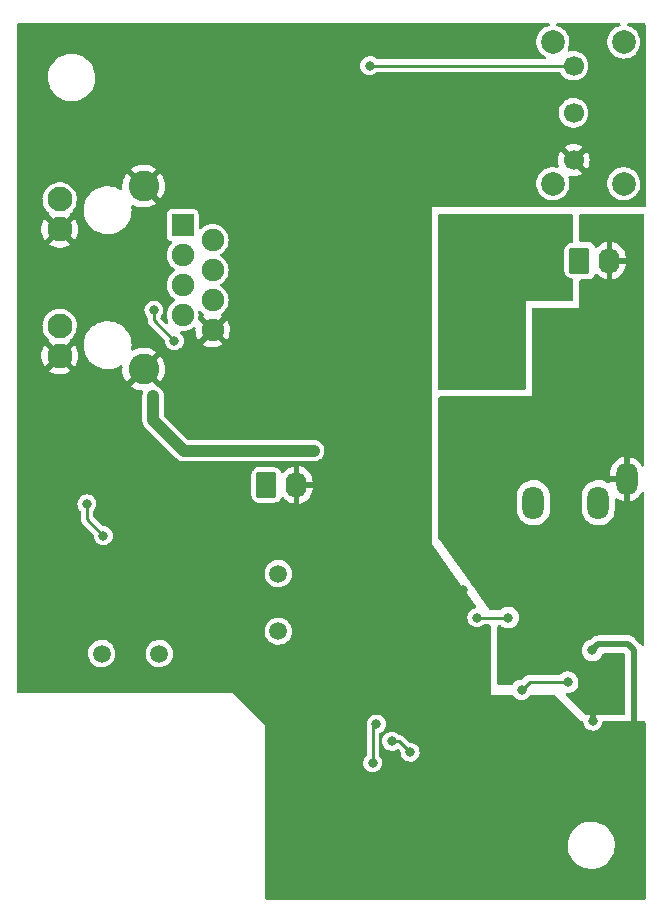
<source format=gbr>
%TF.GenerationSoftware,KiCad,Pcbnew,(5.99.0-8361-gd4c36230d2)*%
%TF.CreationDate,2021-01-14T14:19:16+01:00*%
%TF.ProjectId,mp3,6d70332e-6b69-4636-9164-5f7063625858,rev?*%
%TF.SameCoordinates,PXae85bc0PY7459280*%
%TF.FileFunction,Copper,L2,Bot*%
%TF.FilePolarity,Positive*%
%FSLAX46Y46*%
G04 Gerber Fmt 4.6, Leading zero omitted, Abs format (unit mm)*
G04 Created by KiCad (PCBNEW (5.99.0-8361-gd4c36230d2)) date 2021-01-14 14:19:16*
%MOMM*%
%LPD*%
G01*
G04 APERTURE LIST*
G04 Aperture macros list*
%AMRoundRect*
0 Rectangle with rounded corners*
0 $1 Rounding radius*
0 $2 $3 $4 $5 $6 $7 $8 $9 X,Y pos of 4 corners*
0 Add a 4 corners polygon primitive as box body*
4,1,4,$2,$3,$4,$5,$6,$7,$8,$9,$2,$3,0*
0 Add four circle primitives for the rounded corners*
1,1,$1+$1,$2,$3*
1,1,$1+$1,$4,$5*
1,1,$1+$1,$6,$7*
1,1,$1+$1,$8,$9*
0 Add four rect primitives between the rounded corners*
20,1,$1+$1,$2,$3,$4,$5,0*
20,1,$1+$1,$4,$5,$6,$7,0*
20,1,$1+$1,$6,$7,$8,$9,0*
20,1,$1+$1,$8,$9,$2,$3,0*%
G04 Aperture macros list end*
%TA.AperFunction,ComponentPad*%
%ADD10C,2.000000*%
%TD*%
%TA.AperFunction,ComponentPad*%
%ADD11C,1.700000*%
%TD*%
%TA.AperFunction,ComponentPad*%
%ADD12C,1.500000*%
%TD*%
%TA.AperFunction,ComponentPad*%
%ADD13O,1.800000X2.800000*%
%TD*%
%TA.AperFunction,ComponentPad*%
%ADD14R,1.900000X1.900000*%
%TD*%
%TA.AperFunction,ComponentPad*%
%ADD15C,1.900000*%
%TD*%
%TA.AperFunction,ComponentPad*%
%ADD16C,2.100000*%
%TD*%
%TA.AperFunction,ComponentPad*%
%ADD17C,2.600000*%
%TD*%
%TA.AperFunction,ComponentPad*%
%ADD18RoundRect,0.250000X-0.620000X-0.845000X0.620000X-0.845000X0.620000X0.845000X-0.620000X0.845000X0*%
%TD*%
%TA.AperFunction,ComponentPad*%
%ADD19O,1.740000X2.190000*%
%TD*%
%TA.AperFunction,ViaPad*%
%ADD20C,0.800000*%
%TD*%
%TA.AperFunction,Conductor*%
%ADD21C,0.500000*%
%TD*%
%TA.AperFunction,Conductor*%
%ADD22C,1.000000*%
%TD*%
%TA.AperFunction,Conductor*%
%ADD23C,0.250000*%
%TD*%
G04 APERTURE END LIST*
D10*
%TO.P,SW1,*%
%TO.N,*%
X-8250000Y61000000D03*
X-2250000Y73000000D03*
X-2250000Y61000000D03*
X-8250000Y73000000D03*
D11*
%TO.P,SW1,1,A*%
%TO.N,GND*%
X-6500000Y63000000D03*
%TO.P,SW1,2,B*%
%TO.N,ON{slash}~OFF*%
X-6500000Y67000000D03*
%TO.P,SW1,3,C*%
%TO.N,+3V3*%
X-6500000Y71000000D03*
%TD*%
D12*
%TO.P,Y1,1,1*%
%TO.N,Net-(C2-Pad2)*%
X-31500000Y28000000D03*
%TO.P,Y1,2,2*%
%TO.N,Net-(C1-Pad2)*%
X-31500000Y23120000D03*
%TD*%
D13*
%TO.P,J4,R*%
%TO.N,Net-(C9-Pad2)*%
X-9900000Y34000000D03*
%TO.P,J4,S*%
%TO.N,GNDA*%
X-2000000Y36000000D03*
%TO.P,J4,T*%
%TO.N,Net-(C10-Pad2)*%
X-4400000Y34000000D03*
%TD*%
D14*
%TO.P,J6,1,TD+*%
%TO.N,/ETH_T+*%
X-39600000Y57500000D03*
D15*
%TO.P,J6,2,TCT*%
%TO.N,no_connect_47*%
X-37060000Y56230000D03*
%TO.P,J6,3,TD-*%
%TO.N,/ETH_T-*%
X-39600000Y54960000D03*
%TO.P,J6,4,RD+*%
%TO.N,/ETH_R+*%
X-37060000Y53690000D03*
%TO.P,J6,5,RCT*%
%TO.N,no_connect_48*%
X-39600000Y52420000D03*
%TO.P,J6,6,RD-*%
%TO.N,/ETH_R-*%
X-37060000Y51150000D03*
%TO.P,J6,7,NC*%
%TO.N,no_connect_64*%
X-39600000Y49880000D03*
%TO.P,J6,8,GND*%
%TO.N,GND*%
X-37060000Y48610000D03*
D16*
%TO.P,J6,L1,LEDY_A*%
%TO.N,Net-(J6-PadL1)*%
X-50010000Y59680000D03*
%TO.P,J6,L2,LEDY_K*%
%TO.N,GND*%
X-50010000Y57140000D03*
%TO.P,J6,L3,LEDG_A*%
%TO.N,Net-(J6-PadL3)*%
X-50010000Y48970000D03*
%TO.P,J6,L4,LEDG_K*%
%TO.N,GND*%
X-50010000Y46430000D03*
D17*
%TO.P,J6,SH,SHIELD*%
X-42900000Y45310000D03*
X-42900000Y60800000D03*
%TD*%
D12*
%TO.P,Y2,1,1*%
%TO.N,/ETH_OSC1*%
X-41576000Y21228000D03*
%TO.P,Y2,2,2*%
%TO.N,Net-(C17-Pad2)*%
X-46456000Y21228000D03*
%TD*%
D18*
%TO.P,J2,1,Pin_1*%
%TO.N,+24V*%
X-32500000Y35500000D03*
D19*
%TO.P,J2,2,Pin_2*%
%TO.N,GND*%
X-29960000Y35500000D03*
%TD*%
D18*
%TO.P,J3,1,Pin_1*%
%TO.N,Net-(C5-Pad1)*%
X-6000000Y54500000D03*
D19*
%TO.P,J3,2,Pin_2*%
%TO.N,GNDA*%
X-3460000Y54500000D03*
%TD*%
D20*
%TO.N,GND*%
X-37500000Y29500000D03*
X-25500000Y45000000D03*
X-21000000Y48500000D03*
X-4900000Y21500000D03*
X-40800000Y34100000D03*
X-45000000Y29000000D03*
X-25900000Y40000000D03*
X-18100000Y17900000D03*
X-26800000Y28000000D03*
X-21200000Y4200000D03*
X-35000000Y39800000D03*
X-47300000Y38800000D03*
X-27000000Y4800000D03*
X-31700000Y25600000D03*
X-29200000Y4800000D03*
X-47900000Y42600000D03*
X-27000000Y36500000D03*
X-21000000Y45000000D03*
X-17000000Y21500000D03*
X-22300000Y24100000D03*
X-38200000Y42200000D03*
X-11750000Y17250000D03*
X-23000000Y28000000D03*
X-43100000Y47900000D03*
X-36800000Y45200000D03*
X-21000000Y52500000D03*
X-15900000Y26600000D03*
X-25600000Y60800000D03*
X-14900000Y15900000D03*
X-14500000Y2000000D03*
X-17450000Y14050000D03*
X-34500000Y37000000D03*
X-40800000Y37500000D03*
X-26000000Y42600000D03*
X-30000000Y45000000D03*
X-25500000Y48500000D03*
X-30000000Y52500000D03*
X-13000000Y11000000D03*
X-20800000Y38700000D03*
X-25500000Y52500000D03*
X-47300000Y36200000D03*
X-1375000Y14625000D03*
X-30000000Y48500000D03*
X-16400000Y11000000D03*
X-23100000Y34000000D03*
X-6820000Y15820000D03*
X-24400000Y9200000D03*
%TO.N,+3V3*%
X-47700000Y33900000D03*
X-42100000Y43000000D03*
X-23760000Y71000000D03*
X-30300000Y38400000D03*
X-42100000Y42000000D03*
X-46300000Y31200000D03*
X-29400000Y38400000D03*
X-28500000Y38400000D03*
X-42100000Y41100000D03*
%TO.N,GNDA*%
X-2000000Y51500000D03*
X-9000000Y25200000D03*
X-3550000Y30250000D03*
X-9050000Y21200000D03*
X-3550000Y31550000D03*
X-10800000Y31550000D03*
X-8500000Y39500000D03*
X-950000Y22800000D03*
X-5250000Y30200000D03*
X-5250000Y31500000D03*
X-9000000Y30200000D03*
X-5400000Y18950000D03*
X-7650000Y47100000D03*
X-3200000Y19000000D03*
X-4870000Y15500000D03*
X-11000000Y22000000D03*
X-9100000Y31600000D03*
X-1350000Y30100000D03*
X-1500000Y47000000D03*
X-15000000Y40000000D03*
X-4650000Y43150000D03*
X-10800000Y30250000D03*
X-8000000Y20000000D03*
%TO.N,SPI_MOSI*%
X-20340000Y12870000D03*
X-21900000Y13800000D03*
%TO.N,SPI_CLK*%
X-23190000Y15260000D03*
X-23500000Y12000000D03*
%TO.N,+3.3VA*%
X-15500000Y46000000D03*
X-14500000Y45000000D03*
X-12500000Y49000000D03*
X-17000000Y53000000D03*
X-14500000Y47000000D03*
X-16500000Y47000000D03*
X-14500000Y49000000D03*
X-12500000Y45000000D03*
X-17000000Y57500000D03*
X-16500000Y45000000D03*
X-12000000Y57500000D03*
X-11500000Y48000000D03*
X-12500000Y47000000D03*
X-13500000Y46000000D03*
X-11500000Y46000000D03*
X-16500000Y49000000D03*
X-15500000Y48000000D03*
X-12000000Y53000000D03*
X-13500000Y48000000D03*
%TO.N,/I2S3_LRCK*%
X-14675000Y24275000D03*
X-12025000Y24275000D03*
%TO.N,/ETH_T+*%
X-40300000Y47700000D03*
X-42030000Y50310000D03*
%TO.N,Net-(U2-Pad18)*%
X-6997500Y18800000D03*
X-10900000Y18100000D03*
%TD*%
D21*
%TO.N,GND*%
X-4900000Y21500000D02*
X-4400000Y22000000D01*
X-1850000Y22000000D02*
X-1375000Y21525000D01*
X-1375000Y21525000D02*
X-1375000Y14625000D01*
X-4400000Y22000000D02*
X-1850000Y22000000D01*
D22*
%TO.N,+3V3*%
X-39500000Y38400000D02*
X-42100000Y41000000D01*
X-42100000Y42000000D02*
X-42100000Y42500000D01*
X-42100000Y42500000D02*
X-42100000Y43000000D01*
D23*
X-6500000Y71000000D02*
X-23760000Y71000000D01*
D22*
X-28500000Y38400000D02*
X-39500000Y38400000D01*
X-42100000Y41100000D02*
X-42100000Y41500000D01*
D23*
X-47700000Y32600000D02*
X-47700000Y33900000D01*
D22*
X-42100000Y41500000D02*
X-42100000Y42000000D01*
D23*
X-46300000Y31200000D02*
X-47700000Y32600000D01*
D22*
X-42100000Y41000000D02*
X-42100000Y41100000D01*
D23*
X-23760000Y71000000D02*
X-23800000Y71000000D01*
D21*
%TO.N,GNDA*%
X-4870000Y15500000D02*
X-4870000Y16270000D01*
D23*
%TO.N,SPI_MOSI*%
X-20340000Y12870000D02*
X-21270000Y13800000D01*
X-21270000Y13800000D02*
X-21900000Y13800000D01*
%TO.N,SPI_CLK*%
X-23190000Y15260000D02*
X-23500000Y14950000D01*
X-23500000Y14950000D02*
X-23500000Y12000000D01*
%TO.N,/I2S3_LRCK*%
X-14675000Y24275000D02*
X-12225000Y24275000D01*
X-12225000Y24275000D02*
X-12025000Y24275000D01*
%TO.N,/ETH_T+*%
X-42030000Y49430000D02*
X-40300000Y47700000D01*
X-42030000Y50310000D02*
X-42030000Y49430000D01*
%TO.N,Net-(U2-Pad18)*%
X-10900000Y18100000D02*
X-10200000Y18800000D01*
X-6997500Y18800000D02*
X-10000000Y18800000D01*
X-10200000Y18800000D02*
X-10000000Y18800000D01*
%TD*%
%TA.AperFunction,Conductor*%
%TO.N,GND*%
G36*
X-8572165Y74580315D02*
G01*
X-8526410Y74527511D01*
X-8516466Y74458353D01*
X-8545491Y74394797D01*
X-8604269Y74357023D01*
X-8613741Y74354643D01*
X-8648739Y74347300D01*
X-8648742Y74347299D01*
X-8653885Y74346220D01*
X-8658769Y74344291D01*
X-8658773Y74344290D01*
X-8760884Y74303964D01*
X-8874935Y74258923D01*
X-8879419Y74256202D01*
X-8879423Y74256200D01*
X-9058211Y74147708D01*
X-9078115Y74135630D01*
X-9257618Y73979866D01*
X-9408309Y73796084D01*
X-9410905Y73791523D01*
X-9410906Y73791522D01*
X-9523287Y73594098D01*
X-9523289Y73594093D01*
X-9525881Y73589540D01*
X-9606972Y73366139D01*
X-9649262Y73132269D01*
X-9651544Y72894617D01*
X-9613751Y72659979D01*
X-9536964Y72435062D01*
X-9534455Y72430451D01*
X-9438756Y72254562D01*
X-9423379Y72226299D01*
X-9420128Y72222176D01*
X-9420126Y72222172D01*
X-9325972Y72102739D01*
X-9276243Y72039659D01*
X-9272345Y72036143D01*
X-9272344Y72036142D01*
X-9237831Y72005012D01*
X-9099764Y71880477D01*
X-8947791Y71784218D01*
X-8900486Y71754255D01*
X-8854384Y71701753D01*
X-8843986Y71632661D01*
X-8872591Y71568916D01*
X-8931120Y71530755D01*
X-8966837Y71525500D01*
X-23102108Y71525500D01*
X-23169147Y71545185D01*
X-23190094Y71562125D01*
X-23250383Y71622836D01*
X-23250389Y71622841D01*
X-23255271Y71627757D01*
X-23406892Y71723979D01*
X-23426817Y71731074D01*
X-23569535Y71781894D01*
X-23569539Y71781895D01*
X-23576063Y71784218D01*
X-23754377Y71805480D01*
X-23761266Y71804756D01*
X-23761270Y71804756D01*
X-23926072Y71787435D01*
X-23926073Y71787435D01*
X-23932969Y71786710D01*
X-24014148Y71759074D01*
X-24096398Y71731074D01*
X-24096401Y71731073D01*
X-24102965Y71728838D01*
X-24146991Y71701753D01*
X-24248831Y71639101D01*
X-24255915Y71634743D01*
X-24384218Y71509100D01*
X-24481496Y71358154D01*
X-24483866Y71351642D01*
X-24528993Y71227656D01*
X-24542915Y71189407D01*
X-24565421Y71011247D01*
X-24547898Y70832527D01*
X-24491215Y70662131D01*
X-24398189Y70508528D01*
X-24273445Y70379352D01*
X-24123182Y70281022D01*
X-24116687Y70278607D01*
X-24116686Y70278606D01*
X-24093531Y70269995D01*
X-23954868Y70218427D01*
X-23776869Y70194677D01*
X-23769968Y70195305D01*
X-23769966Y70195305D01*
X-23663932Y70204955D01*
X-23598032Y70210952D01*
X-23591441Y70213094D01*
X-23591439Y70213094D01*
X-23433840Y70264301D01*
X-23427244Y70266444D01*
X-23421291Y70269993D01*
X-23421286Y70269995D01*
X-23278952Y70354844D01*
X-23278953Y70354844D01*
X-23272995Y70358395D01*
X-23186989Y70440297D01*
X-23124867Y70472274D01*
X-23101477Y70474500D01*
X-7711591Y70474500D01*
X-7644552Y70454815D01*
X-7603243Y70410805D01*
X-7538400Y70294304D01*
X-7456855Y70194677D01*
X-7404747Y70131014D01*
X-7397020Y70121573D01*
X-7392821Y70117987D01*
X-7231492Y69980197D01*
X-7231488Y69980194D01*
X-7227288Y69976607D01*
X-7222516Y69973819D01*
X-7222514Y69973817D01*
X-7117963Y69912723D01*
X-7034566Y69863990D01*
X-6824947Y69787280D01*
X-6605058Y69748903D01*
X-6473946Y69749590D01*
X-6387371Y69750043D01*
X-6387370Y69750043D01*
X-6381847Y69750072D01*
X-6376419Y69751078D01*
X-6167802Y69789742D01*
X-6167797Y69789743D01*
X-6162371Y69790749D01*
X-6157204Y69792701D01*
X-6157202Y69792702D01*
X-5958730Y69867699D01*
X-5953567Y69869650D01*
X-5948835Y69872482D01*
X-5948831Y69872484D01*
X-5873957Y69917296D01*
X-5762036Y69984279D01*
X-5593830Y70131014D01*
X-5542091Y70195594D01*
X-5457720Y70300907D01*
X-5454267Y70305217D01*
X-5451635Y70310064D01*
X-5451632Y70310069D01*
X-5350395Y70496526D01*
X-5347759Y70501381D01*
X-5277672Y70713305D01*
X-5261734Y70825292D01*
X-5246723Y70930763D01*
X-5246723Y70930767D01*
X-5246221Y70934292D01*
X-5244500Y71000000D01*
X-5264342Y71222330D01*
X-5323242Y71437632D01*
X-5354552Y71503276D01*
X-5416962Y71634120D01*
X-5416963Y71634122D01*
X-5419338Y71639101D01*
X-5435636Y71661782D01*
X-5546370Y71815885D01*
X-5546371Y71815886D01*
X-5549593Y71820370D01*
X-5709888Y71975707D01*
X-5714468Y71978785D01*
X-5714471Y71978787D01*
X-5890574Y72097123D01*
X-5890577Y72097124D01*
X-5895158Y72100203D01*
X-6099547Y72189923D01*
X-6316593Y72242031D01*
X-6322108Y72242349D01*
X-6533919Y72254562D01*
X-6533920Y72254562D01*
X-6539436Y72254880D01*
X-6642987Y72242349D01*
X-6755549Y72228728D01*
X-6755553Y72228727D01*
X-6761033Y72228064D01*
X-6849033Y72200992D01*
X-6918896Y72200095D01*
X-6978154Y72237111D01*
X-7007993Y72300289D01*
X-6997552Y72372601D01*
X-6935757Y72503034D01*
X-6935756Y72503038D01*
X-6933507Y72507784D01*
X-6869395Y72736636D01*
X-6844759Y72973018D01*
X-6844500Y73000000D01*
X-6864594Y73236812D01*
X-6924301Y73466852D01*
X-7021913Y73683544D01*
X-7154640Y73880692D01*
X-7249248Y73979866D01*
X-7315067Y74048862D01*
X-7315072Y74048866D01*
X-7318688Y74052657D01*
X-7509364Y74194524D01*
X-7630671Y74256200D01*
X-7716531Y74299854D01*
X-7716536Y74299856D01*
X-7721217Y74302236D01*
X-7726237Y74303795D01*
X-7726240Y74303796D01*
X-7866346Y74347300D01*
X-7899447Y74357578D01*
X-7957634Y74396257D01*
X-7985672Y74460254D01*
X-7974660Y74529250D01*
X-7928094Y74581340D01*
X-7862676Y74600000D01*
X-2639204Y74600000D01*
X-2572165Y74580315D01*
X-2526410Y74527511D01*
X-2516466Y74458353D01*
X-2545491Y74394797D01*
X-2604269Y74357023D01*
X-2613741Y74354643D01*
X-2648739Y74347300D01*
X-2648742Y74347299D01*
X-2653885Y74346220D01*
X-2658769Y74344291D01*
X-2658773Y74344290D01*
X-2760884Y74303964D01*
X-2874935Y74258923D01*
X-2879419Y74256202D01*
X-2879423Y74256200D01*
X-3058211Y74147708D01*
X-3078115Y74135630D01*
X-3257618Y73979866D01*
X-3408309Y73796084D01*
X-3410905Y73791523D01*
X-3410906Y73791522D01*
X-3523287Y73594098D01*
X-3523289Y73594093D01*
X-3525881Y73589540D01*
X-3606972Y73366139D01*
X-3649262Y73132269D01*
X-3651544Y72894617D01*
X-3613751Y72659979D01*
X-3536964Y72435062D01*
X-3534455Y72430451D01*
X-3438756Y72254562D01*
X-3423379Y72226299D01*
X-3420128Y72222176D01*
X-3420126Y72222172D01*
X-3325972Y72102739D01*
X-3276243Y72039659D01*
X-3272345Y72036143D01*
X-3272344Y72036142D01*
X-3237831Y72005012D01*
X-3099764Y71880477D01*
X-3095332Y71877670D01*
X-2903425Y71756116D01*
X-2903422Y71756114D01*
X-2898988Y71753306D01*
X-2894139Y71751283D01*
X-2894136Y71751281D01*
X-2799981Y71711992D01*
X-2679655Y71661782D01*
X-2581019Y71639101D01*
X-2453152Y71609698D01*
X-2453150Y71609698D01*
X-2448037Y71608522D01*
X-2210756Y71595048D01*
X-2205538Y71595638D01*
X-2205533Y71595638D01*
X-2056693Y71612465D01*
X-1974598Y71621746D01*
X-1746314Y71687853D01*
X-1741591Y71690141D01*
X-1741589Y71690142D01*
X-1599314Y71759074D01*
X-1532432Y71791478D01*
X-1498277Y71815885D01*
X-1343332Y71926610D01*
X-1343331Y71926611D01*
X-1339067Y71929658D01*
X-1253727Y72015746D01*
X-1175443Y72094716D01*
X-1175440Y72094720D01*
X-1171749Y72098443D01*
X-1035262Y72293005D01*
X-1033016Y72297746D01*
X-1033013Y72297751D01*
X-935757Y72503034D01*
X-935756Y72503038D01*
X-933507Y72507784D01*
X-869395Y72736636D01*
X-844759Y72973018D01*
X-844500Y73000000D01*
X-864594Y73236812D01*
X-924301Y73466852D01*
X-1021913Y73683544D01*
X-1154640Y73880692D01*
X-1249248Y73979866D01*
X-1315067Y74048862D01*
X-1315072Y74048866D01*
X-1318688Y74052657D01*
X-1509364Y74194524D01*
X-1630671Y74256200D01*
X-1716531Y74299854D01*
X-1716536Y74299856D01*
X-1721217Y74302236D01*
X-1726237Y74303795D01*
X-1726240Y74303796D01*
X-1866346Y74347300D01*
X-1899447Y74357578D01*
X-1957634Y74396257D01*
X-1985672Y74460254D01*
X-1974660Y74529250D01*
X-1928094Y74581340D01*
X-1862676Y74600000D01*
X-524000Y74600000D01*
X-456961Y74580315D01*
X-411206Y74527511D01*
X-400000Y74476000D01*
X-400000Y59124000D01*
X-419685Y59056961D01*
X-472489Y59011206D01*
X-524000Y59000000D01*
X-18500000Y59000000D01*
X-18500000Y30500000D01*
X-16517762Y27724867D01*
X-14755421Y25257589D01*
X-14732473Y25191595D01*
X-14748847Y25123671D01*
X-14799344Y25075382D01*
X-14834503Y25064849D01*
X-14834300Y25063924D01*
X-14841071Y25062435D01*
X-14847969Y25061710D01*
X-14932967Y25032774D01*
X-15011398Y25006074D01*
X-15011401Y25006073D01*
X-15017965Y25003838D01*
X-15170915Y24909743D01*
X-15299218Y24784100D01*
X-15347921Y24708528D01*
X-15364865Y24682235D01*
X-15396496Y24633154D01*
X-15457915Y24464407D01*
X-15480421Y24286247D01*
X-15462898Y24107527D01*
X-15406215Y23937131D01*
X-15313189Y23783528D01*
X-15188445Y23654352D01*
X-15038182Y23556022D01*
X-14869868Y23493427D01*
X-14691869Y23469677D01*
X-14684968Y23470305D01*
X-14684966Y23470305D01*
X-14578932Y23479955D01*
X-14513032Y23485952D01*
X-14506441Y23488094D01*
X-14506439Y23488094D01*
X-14395996Y23523979D01*
X-14342244Y23541444D01*
X-14336291Y23544993D01*
X-14336286Y23544995D01*
X-14193952Y23629844D01*
X-14193953Y23629844D01*
X-14187995Y23633395D01*
X-14101989Y23715297D01*
X-14039867Y23747274D01*
X-14016477Y23749500D01*
X-13742026Y23749500D01*
X-13674987Y23729815D01*
X-13641125Y23697575D01*
X-13548019Y23567227D01*
X-13523097Y23532336D01*
X-13500000Y23460263D01*
X-13500000Y17700000D01*
X-11663457Y17700000D01*
X-11596418Y17680315D01*
X-11557392Y17640235D01*
X-11538189Y17608528D01*
X-11413445Y17479352D01*
X-11263182Y17381022D01*
X-11094868Y17318427D01*
X-10916869Y17294677D01*
X-10909968Y17295305D01*
X-10909966Y17295305D01*
X-10803932Y17304955D01*
X-10738032Y17310952D01*
X-10731441Y17313094D01*
X-10731439Y17313094D01*
X-10573840Y17364301D01*
X-10567244Y17366444D01*
X-10561291Y17369993D01*
X-10561286Y17369995D01*
X-10418952Y17454844D01*
X-10418953Y17454844D01*
X-10412995Y17458395D01*
X-10282951Y17582235D01*
X-10261537Y17614465D01*
X-10241502Y17644620D01*
X-10188008Y17689566D01*
X-10138220Y17700000D01*
X-8151362Y17700000D01*
X-8084323Y17680315D01*
X-8063681Y17663681D01*
X-5900000Y15500000D01*
X-5786755Y15500000D01*
X-5719716Y15480315D01*
X-5673961Y15427511D01*
X-5663347Y15388100D01*
X-5658575Y15339430D01*
X-5657898Y15332527D01*
X-5601215Y15162131D01*
X-5579040Y15125516D01*
X-5540933Y15062595D01*
X-5508189Y15008528D01*
X-5383445Y14879352D01*
X-5233182Y14781022D01*
X-5064868Y14718427D01*
X-4886869Y14694677D01*
X-4879968Y14695305D01*
X-4879966Y14695305D01*
X-4773932Y14704955D01*
X-4708032Y14710952D01*
X-4701441Y14713094D01*
X-4701439Y14713094D01*
X-4543840Y14764301D01*
X-4537244Y14766444D01*
X-4531291Y14769993D01*
X-4531286Y14769995D01*
X-4388952Y14854844D01*
X-4388953Y14854844D01*
X-4382995Y14858395D01*
X-4252951Y14982235D01*
X-4153575Y15131808D01*
X-4148617Y15144858D01*
X-4092267Y15293201D01*
X-4092267Y15293202D01*
X-4089806Y15299680D01*
X-4085867Y15327703D01*
X-4079080Y15376000D01*
X-4076655Y15393258D01*
X-4047832Y15456905D01*
X-3989175Y15494866D01*
X-3953862Y15500000D01*
X-524000Y15500000D01*
X-456961Y15480315D01*
X-411206Y15427511D01*
X-400000Y15376000D01*
X-400000Y524000D01*
X-419685Y456961D01*
X-472489Y411206D01*
X-524000Y400000D01*
X-32476000Y400000D01*
X-32543039Y419685D01*
X-32588794Y472489D01*
X-32600000Y524000D01*
X-32600000Y5062994D01*
X-7004510Y5062994D01*
X-7004338Y5058612D01*
X-7004338Y5058606D01*
X-7002035Y5000000D01*
X-6993389Y4779928D01*
X-6942494Y4501252D01*
X-6852840Y4232528D01*
X-6726218Y3979117D01*
X-6723723Y3975507D01*
X-6723720Y3975502D01*
X-6614752Y3817839D01*
X-6565153Y3746076D01*
X-6562183Y3742864D01*
X-6562179Y3742858D01*
X-6431445Y3601431D01*
X-6372859Y3538053D01*
X-6153173Y3359201D01*
X-6149419Y3356941D01*
X-5985011Y3257959D01*
X-5910478Y3213086D01*
X-5772520Y3154669D01*
X-5653655Y3104336D01*
X-5653652Y3104335D01*
X-5649616Y3102626D01*
X-5645373Y3101501D01*
X-5380041Y3031149D01*
X-5380036Y3031148D01*
X-5375793Y3030023D01*
X-5371436Y3029507D01*
X-5371429Y3029506D01*
X-5205437Y3009860D01*
X-5094472Y2996726D01*
X-5090095Y2996829D01*
X-5090092Y2996829D01*
X-4915142Y3000952D01*
X-4811266Y3003400D01*
X-4806951Y3004118D01*
X-4806943Y3004119D01*
X-4536155Y3049191D01*
X-4536151Y3049192D01*
X-4531825Y3049912D01*
X-4527647Y3051233D01*
X-4527640Y3051235D01*
X-4359738Y3104336D01*
X-4261726Y3135333D01*
X-4006358Y3257959D01*
X-4002715Y3260393D01*
X-4002710Y3260396D01*
X-3850699Y3361967D01*
X-3770815Y3415344D01*
X-3559798Y3604347D01*
X-3377516Y3821197D01*
X-3227608Y4061567D01*
X-3113064Y4320661D01*
X-3036169Y4593310D01*
X-2998457Y4874074D01*
X-2994500Y5000000D01*
X-3014508Y5282577D01*
X-3074131Y5559517D01*
X-3172181Y5825292D01*
X-3200747Y5878235D01*
X-3304614Y6070736D01*
X-3304618Y6070742D01*
X-3306700Y6074601D01*
X-3475006Y6302468D01*
X-3524508Y6352754D01*
X-3670660Y6501221D01*
X-3670666Y6501226D01*
X-3673739Y6504348D01*
X-3898935Y6676212D01*
X-3962943Y6712058D01*
X-4142276Y6812490D01*
X-4142282Y6812493D01*
X-4146100Y6814631D01*
X-4410302Y6916843D01*
X-4414562Y6917830D01*
X-4414564Y6917831D01*
X-4548286Y6948826D01*
X-4686271Y6980809D01*
X-4898224Y6999166D01*
X-4964133Y7004875D01*
X-4964135Y7004875D01*
X-4968499Y7005253D01*
X-5251356Y6989686D01*
X-5255662Y6988830D01*
X-5255666Y6988829D01*
X-5389116Y6962284D01*
X-5529197Y6934420D01*
X-5796480Y6840557D01*
X-6047871Y6709970D01*
X-6278354Y6545264D01*
X-6281524Y6542240D01*
X-6281530Y6542235D01*
X-6480157Y6352754D01*
X-6483330Y6349727D01*
X-6658710Y6127258D01*
X-6800994Y5882298D01*
X-6802638Y5878239D01*
X-6802640Y5878235D01*
X-6825748Y5821183D01*
X-6907344Y5619734D01*
X-6908401Y5615480D01*
X-6908402Y5615476D01*
X-6921281Y5563626D01*
X-6975637Y5344804D01*
X-7004510Y5062994D01*
X-32600000Y5062994D01*
X-32600000Y12011247D01*
X-24305421Y12011247D01*
X-24287898Y11832527D01*
X-24231215Y11662131D01*
X-24138189Y11508528D01*
X-24013445Y11379352D01*
X-23863182Y11281022D01*
X-23694868Y11218427D01*
X-23516869Y11194677D01*
X-23509968Y11195305D01*
X-23509966Y11195305D01*
X-23403932Y11204955D01*
X-23338032Y11210952D01*
X-23331441Y11213094D01*
X-23331439Y11213094D01*
X-23173840Y11264301D01*
X-23167244Y11266444D01*
X-23161291Y11269993D01*
X-23161286Y11269995D01*
X-23018952Y11354844D01*
X-23018953Y11354844D01*
X-23012995Y11358395D01*
X-22882951Y11482235D01*
X-22783575Y11631808D01*
X-22719806Y11799680D01*
X-22715189Y11832527D01*
X-22695356Y11973652D01*
X-22695356Y11973653D01*
X-22694814Y11977509D01*
X-22694500Y12000000D01*
X-22696533Y12018128D01*
X-22713744Y12171569D01*
X-22713745Y12171572D01*
X-22714517Y12178457D01*
X-22773574Y12348045D01*
X-22868735Y12500335D01*
X-22873619Y12505253D01*
X-22873622Y12505257D01*
X-22938487Y12570577D01*
X-22971758Y12632016D01*
X-22974500Y12657951D01*
X-22974500Y13811247D01*
X-22705421Y13811247D01*
X-22704744Y13804345D01*
X-22692109Y13675480D01*
X-22687898Y13632527D01*
X-22673839Y13590264D01*
X-22641430Y13492840D01*
X-22631215Y13462131D01*
X-22538189Y13308528D01*
X-22413445Y13179352D01*
X-22263182Y13081022D01*
X-22094868Y13018427D01*
X-21916869Y12994677D01*
X-21909968Y12995305D01*
X-21909966Y12995305D01*
X-21803932Y13004955D01*
X-21738032Y13010952D01*
X-21731441Y13013094D01*
X-21731439Y13013094D01*
X-21622603Y13048457D01*
X-21567244Y13066444D01*
X-21469952Y13124442D01*
X-21402291Y13141860D01*
X-21335952Y13119932D01*
X-21318780Y13105611D01*
X-21180994Y12967825D01*
X-21147509Y12906502D01*
X-21145171Y12883226D01*
X-21145421Y12881247D01*
X-21144744Y12874342D01*
X-21144698Y12873878D01*
X-21127898Y12702527D01*
X-21071215Y12532131D01*
X-20978189Y12378528D01*
X-20853445Y12249352D01*
X-20703182Y12151022D01*
X-20534868Y12088427D01*
X-20356869Y12064677D01*
X-20349968Y12065305D01*
X-20349966Y12065305D01*
X-20243932Y12074955D01*
X-20178032Y12080952D01*
X-20171441Y12083094D01*
X-20171439Y12083094D01*
X-20013840Y12134301D01*
X-20007244Y12136444D01*
X-20001291Y12139993D01*
X-20001286Y12139995D01*
X-19858952Y12224844D01*
X-19858953Y12224844D01*
X-19852995Y12228395D01*
X-19722951Y12352235D01*
X-19623575Y12501808D01*
X-19618963Y12513947D01*
X-19562267Y12663201D01*
X-19562267Y12663202D01*
X-19559806Y12669680D01*
X-19555189Y12702527D01*
X-19535356Y12843652D01*
X-19535356Y12843653D01*
X-19534814Y12847509D01*
X-19534500Y12870000D01*
X-19545473Y12967825D01*
X-19553744Y13041569D01*
X-19553745Y13041572D01*
X-19554517Y13048457D01*
X-19613574Y13218045D01*
X-19708735Y13370335D01*
X-19835271Y13497757D01*
X-19986892Y13593979D01*
X-19995114Y13596907D01*
X-20149535Y13651894D01*
X-20149539Y13651895D01*
X-20156063Y13654218D01*
X-20334377Y13675480D01*
X-20341271Y13674755D01*
X-20348205Y13674804D01*
X-20348188Y13677245D01*
X-20405743Y13687763D01*
X-20437671Y13710841D01*
X-20887258Y14160428D01*
X-20890852Y14164176D01*
X-20926124Y14202534D01*
X-20926126Y14202536D01*
X-20931847Y14208757D01*
X-20939030Y14213211D01*
X-20939033Y14213213D01*
X-20966996Y14230551D01*
X-20976623Y14237167D01*
X-21002841Y14257068D01*
X-21002843Y14257069D01*
X-21009575Y14262179D01*
X-21022611Y14267340D01*
X-21042311Y14277248D01*
X-21042855Y14277585D01*
X-21054226Y14284636D01*
X-21093947Y14296176D01*
X-21104992Y14299957D01*
X-21143458Y14315187D01*
X-21151865Y14316071D01*
X-21151866Y14316071D01*
X-21155709Y14316475D01*
X-21157406Y14316653D01*
X-21179033Y14320896D01*
X-21192503Y14324809D01*
X-21199495Y14325322D01*
X-21199638Y14325333D01*
X-21199640Y14325333D01*
X-21201913Y14325500D01*
X-21235083Y14325500D01*
X-21248038Y14326179D01*
X-21255882Y14327003D01*
X-21320498Y14353583D01*
X-21330914Y14362949D01*
X-21390388Y14422840D01*
X-21390389Y14422841D01*
X-21395271Y14427757D01*
X-21546892Y14523979D01*
X-21566817Y14531074D01*
X-21709535Y14581894D01*
X-21709539Y14581895D01*
X-21716063Y14584218D01*
X-21894377Y14605480D01*
X-21901266Y14604756D01*
X-21901270Y14604756D01*
X-22066072Y14587435D01*
X-22066073Y14587435D01*
X-22072969Y14586710D01*
X-22157967Y14557774D01*
X-22236398Y14531074D01*
X-22236401Y14531073D01*
X-22242965Y14528838D01*
X-22263532Y14516185D01*
X-22346256Y14465293D01*
X-22395915Y14434743D01*
X-22524218Y14309100D01*
X-22621496Y14158154D01*
X-22682915Y13989407D01*
X-22705421Y13811247D01*
X-22974500Y13811247D01*
X-22974500Y14398254D01*
X-22954815Y14465293D01*
X-22902011Y14511048D01*
X-22888818Y14516185D01*
X-22876264Y14520264D01*
X-22857244Y14526444D01*
X-22851291Y14529993D01*
X-22851286Y14529995D01*
X-22708952Y14614844D01*
X-22708953Y14614844D01*
X-22702995Y14618395D01*
X-22572951Y14742235D01*
X-22473575Y14891808D01*
X-22456576Y14936556D01*
X-22412267Y15053201D01*
X-22412267Y15053202D01*
X-22409806Y15059680D01*
X-22406331Y15084402D01*
X-22385356Y15233652D01*
X-22385356Y15233653D01*
X-22384814Y15237509D01*
X-22384500Y15260000D01*
X-22397511Y15376000D01*
X-22403744Y15431569D01*
X-22403745Y15431572D01*
X-22404517Y15438457D01*
X-22463574Y15608045D01*
X-22558735Y15760335D01*
X-22685271Y15887757D01*
X-22836892Y15983979D01*
X-22856817Y15991074D01*
X-22999535Y16041894D01*
X-22999539Y16041895D01*
X-23006063Y16044218D01*
X-23184377Y16065480D01*
X-23191266Y16064756D01*
X-23191270Y16064756D01*
X-23356072Y16047435D01*
X-23356073Y16047435D01*
X-23362969Y16046710D01*
X-23447967Y16017774D01*
X-23526398Y15991074D01*
X-23526401Y15991073D01*
X-23532965Y15988838D01*
X-23685915Y15894743D01*
X-23814218Y15769100D01*
X-23911496Y15618154D01*
X-23913866Y15611642D01*
X-23961665Y15480315D01*
X-23972915Y15449407D01*
X-23995421Y15271247D01*
X-23992113Y15237509D01*
X-23987298Y15188398D01*
X-23991631Y15141700D01*
X-23996180Y15126044D01*
X-23999962Y15114997D01*
X-24015187Y15076542D01*
X-24016071Y15068135D01*
X-24016071Y15068134D01*
X-24016653Y15062595D01*
X-24020896Y15040967D01*
X-24024809Y15027497D01*
X-24025500Y15018087D01*
X-24025500Y14984917D01*
X-24026179Y14971957D01*
X-24030238Y14933336D01*
X-24028829Y14925006D01*
X-24028829Y14925003D01*
X-24027236Y14915587D01*
X-24025500Y14894908D01*
X-24025500Y12657896D01*
X-24045185Y12590857D01*
X-24062741Y12569302D01*
X-24124218Y12509100D01*
X-24221496Y12358154D01*
X-24282915Y12189407D01*
X-24289876Y12134301D01*
X-24298671Y12064677D01*
X-24305421Y12011247D01*
X-32600000Y12011247D01*
X-32600000Y14936556D01*
X-32599995Y14936615D01*
X-32599986Y14936644D01*
X-32599986Y15063356D01*
X-32606821Y15084392D01*
X-32611363Y15103312D01*
X-32614822Y15125152D01*
X-32619252Y15133847D01*
X-32619254Y15133852D01*
X-32624862Y15144858D01*
X-32632308Y15162832D01*
X-32632892Y15164632D01*
X-32639142Y15183866D01*
X-32652143Y15201761D01*
X-32662306Y15218346D01*
X-32667918Y15229359D01*
X-32672348Y15238053D01*
X-32761947Y15327652D01*
X-32761973Y15327665D01*
X-32762017Y15327703D01*
X-35172297Y17737983D01*
X-35172335Y17738027D01*
X-35172348Y17738053D01*
X-35261947Y17827652D01*
X-35270641Y17832082D01*
X-35281654Y17837694D01*
X-35298239Y17847857D01*
X-35308240Y17855123D01*
X-35308241Y17855124D01*
X-35316134Y17860858D01*
X-35337173Y17867694D01*
X-35355142Y17875138D01*
X-35366148Y17880746D01*
X-35366153Y17880748D01*
X-35374848Y17885178D01*
X-35396689Y17888637D01*
X-35415608Y17893179D01*
X-35427364Y17896999D01*
X-35427366Y17896999D01*
X-35436644Y17900014D01*
X-35563356Y17900014D01*
X-35563385Y17900005D01*
X-35563444Y17900000D01*
X-53476000Y17900000D01*
X-53543039Y17919685D01*
X-53588794Y17972489D01*
X-53600000Y18024000D01*
X-53600000Y21258247D01*
X-47611104Y21258247D01*
X-47597274Y21047240D01*
X-47545222Y20842286D01*
X-47542846Y20837132D01*
X-47460033Y20657498D01*
X-47456692Y20650250D01*
X-47420936Y20599656D01*
X-47356937Y20509100D01*
X-47334649Y20477563D01*
X-47183180Y20330008D01*
X-47178457Y20326852D01*
X-47178453Y20326849D01*
X-47107380Y20279360D01*
X-47007357Y20212527D01*
X-46813069Y20129054D01*
X-46712317Y20106256D01*
X-46612370Y20083640D01*
X-46612368Y20083640D01*
X-46606823Y20082385D01*
X-46483537Y20077542D01*
X-46401207Y20074307D01*
X-46401205Y20074307D01*
X-46395526Y20074084D01*
X-46389906Y20074899D01*
X-46389903Y20074899D01*
X-46191880Y20103611D01*
X-46191877Y20103612D01*
X-46186254Y20104427D01*
X-46083774Y20139214D01*
X-45991406Y20170568D01*
X-45991403Y20170570D01*
X-45986016Y20172398D01*
X-45981055Y20175176D01*
X-45981049Y20175179D01*
X-45874280Y20234973D01*
X-45801518Y20275722D01*
X-45638938Y20410938D01*
X-45503722Y20573518D01*
X-45442837Y20682235D01*
X-45403179Y20753049D01*
X-45403176Y20753055D01*
X-45400398Y20758016D01*
X-45391503Y20784218D01*
X-45334256Y20952867D01*
X-45332427Y20958254D01*
X-45331611Y20963880D01*
X-45302608Y21163910D01*
X-45302608Y21163915D01*
X-45302084Y21167526D01*
X-45301822Y21177509D01*
X-45300596Y21224339D01*
X-45300500Y21228000D01*
X-45303279Y21258247D01*
X-42731104Y21258247D01*
X-42717274Y21047240D01*
X-42665222Y20842286D01*
X-42662846Y20837132D01*
X-42580033Y20657498D01*
X-42576692Y20650250D01*
X-42540936Y20599656D01*
X-42476937Y20509100D01*
X-42454649Y20477563D01*
X-42303180Y20330008D01*
X-42298457Y20326852D01*
X-42298453Y20326849D01*
X-42227380Y20279360D01*
X-42127357Y20212527D01*
X-41933069Y20129054D01*
X-41832317Y20106256D01*
X-41732370Y20083640D01*
X-41732368Y20083640D01*
X-41726823Y20082385D01*
X-41603537Y20077542D01*
X-41521207Y20074307D01*
X-41521205Y20074307D01*
X-41515526Y20074084D01*
X-41509906Y20074899D01*
X-41509903Y20074899D01*
X-41311880Y20103611D01*
X-41311877Y20103612D01*
X-41306254Y20104427D01*
X-41203774Y20139214D01*
X-41111406Y20170568D01*
X-41111403Y20170570D01*
X-41106016Y20172398D01*
X-41101055Y20175176D01*
X-41101049Y20175179D01*
X-40994280Y20234973D01*
X-40921518Y20275722D01*
X-40758938Y20410938D01*
X-40623722Y20573518D01*
X-40562837Y20682235D01*
X-40523179Y20753049D01*
X-40523176Y20753055D01*
X-40520398Y20758016D01*
X-40511503Y20784218D01*
X-40454256Y20952867D01*
X-40452427Y20958254D01*
X-40451611Y20963880D01*
X-40422608Y21163910D01*
X-40422608Y21163915D01*
X-40422084Y21167526D01*
X-40421822Y21177509D01*
X-40420596Y21224339D01*
X-40420500Y21228000D01*
X-40439849Y21438573D01*
X-40497248Y21642094D01*
X-40499760Y21647188D01*
X-40499762Y21647193D01*
X-40588259Y21826647D01*
X-40590774Y21831747D01*
X-40717296Y22001180D01*
X-40872576Y22144720D01*
X-40877386Y22147755D01*
X-41046605Y22254524D01*
X-41046607Y22254525D01*
X-41051414Y22257558D01*
X-41247820Y22335916D01*
X-41253401Y22337026D01*
X-41253404Y22337027D01*
X-41397031Y22365596D01*
X-41455217Y22377170D01*
X-41460904Y22377244D01*
X-41460909Y22377245D01*
X-41660972Y22379864D01*
X-41660977Y22379864D01*
X-41666659Y22379938D01*
X-41875065Y22344127D01*
X-41880398Y22342159D01*
X-41880400Y22342159D01*
X-41971561Y22308528D01*
X-42073456Y22270937D01*
X-42255186Y22162819D01*
X-42414170Y22023394D01*
X-42459349Y21966084D01*
X-42541567Y21861792D01*
X-42541570Y21861788D01*
X-42545084Y21857330D01*
X-42643543Y21670191D01*
X-42645229Y21664760D01*
X-42645231Y21664756D01*
X-42693741Y21508528D01*
X-42706250Y21468242D01*
X-42706917Y21462605D01*
X-42706918Y21462601D01*
X-42730134Y21266444D01*
X-42731104Y21258247D01*
X-45303279Y21258247D01*
X-45319849Y21438573D01*
X-45377248Y21642094D01*
X-45379760Y21647188D01*
X-45379762Y21647193D01*
X-45468259Y21826647D01*
X-45470774Y21831747D01*
X-45597296Y22001180D01*
X-45752576Y22144720D01*
X-45757386Y22147755D01*
X-45926605Y22254524D01*
X-45926607Y22254525D01*
X-45931414Y22257558D01*
X-46127820Y22335916D01*
X-46133401Y22337026D01*
X-46133404Y22337027D01*
X-46277031Y22365596D01*
X-46335217Y22377170D01*
X-46340904Y22377244D01*
X-46340909Y22377245D01*
X-46540972Y22379864D01*
X-46540977Y22379864D01*
X-46546659Y22379938D01*
X-46755065Y22344127D01*
X-46760398Y22342159D01*
X-46760400Y22342159D01*
X-46851561Y22308528D01*
X-46953456Y22270937D01*
X-47135186Y22162819D01*
X-47294170Y22023394D01*
X-47339349Y21966084D01*
X-47421567Y21861792D01*
X-47421570Y21861788D01*
X-47425084Y21857330D01*
X-47523543Y21670191D01*
X-47525229Y21664760D01*
X-47525231Y21664756D01*
X-47573741Y21508528D01*
X-47586250Y21468242D01*
X-47586917Y21462605D01*
X-47586918Y21462601D01*
X-47610134Y21266444D01*
X-47611104Y21258247D01*
X-53600000Y21258247D01*
X-53600000Y23150247D01*
X-32655104Y23150247D01*
X-32641274Y22939240D01*
X-32589222Y22734286D01*
X-32500692Y22542250D01*
X-32497414Y22537612D01*
X-32384025Y22377170D01*
X-32378649Y22369563D01*
X-32374578Y22365597D01*
X-32374577Y22365596D01*
X-32341944Y22333806D01*
X-32227180Y22222008D01*
X-32222457Y22218852D01*
X-32222453Y22218849D01*
X-32178389Y22189407D01*
X-32051357Y22104527D01*
X-31857069Y22021054D01*
X-31788242Y22005480D01*
X-31656370Y21975640D01*
X-31656368Y21975640D01*
X-31650823Y21974385D01*
X-31527537Y21969542D01*
X-31445207Y21966307D01*
X-31445205Y21966307D01*
X-31439526Y21966084D01*
X-31433906Y21966899D01*
X-31433903Y21966899D01*
X-31235880Y21995611D01*
X-31235877Y21995612D01*
X-31230254Y21996427D01*
X-31127774Y22031214D01*
X-31035406Y22062568D01*
X-31035403Y22062570D01*
X-31030016Y22064398D01*
X-31025055Y22067176D01*
X-31025049Y22067179D01*
X-30918280Y22126973D01*
X-30845518Y22167722D01*
X-30682938Y22302938D01*
X-30547722Y22465518D01*
X-30501861Y22547408D01*
X-30447179Y22645049D01*
X-30447176Y22645055D01*
X-30444398Y22650016D01*
X-30376427Y22850254D01*
X-30375611Y22855880D01*
X-30346608Y23055910D01*
X-30346608Y23055915D01*
X-30346084Y23059526D01*
X-30344500Y23120000D01*
X-30363849Y23330573D01*
X-30421248Y23534094D01*
X-30423760Y23539188D01*
X-30423762Y23539193D01*
X-30512259Y23718647D01*
X-30514774Y23723747D01*
X-30641296Y23893180D01*
X-30796576Y24036720D01*
X-30856739Y24074680D01*
X-30970605Y24146524D01*
X-30970607Y24146525D01*
X-30975414Y24149558D01*
X-31171820Y24227916D01*
X-31177401Y24229026D01*
X-31177404Y24229027D01*
X-31295457Y24252509D01*
X-31379217Y24269170D01*
X-31384904Y24269244D01*
X-31384909Y24269245D01*
X-31584972Y24271864D01*
X-31584977Y24271864D01*
X-31590659Y24271938D01*
X-31799065Y24236127D01*
X-31804398Y24234159D01*
X-31804400Y24234159D01*
X-31938712Y24184609D01*
X-31997456Y24162937D01*
X-32179186Y24054819D01*
X-32338170Y23915394D01*
X-32352638Y23897041D01*
X-32465567Y23753792D01*
X-32465570Y23753788D01*
X-32469084Y23749330D01*
X-32567543Y23562191D01*
X-32569229Y23556760D01*
X-32569231Y23556756D01*
X-32628564Y23365672D01*
X-32630250Y23360242D01*
X-32630917Y23354605D01*
X-32630918Y23354601D01*
X-32636303Y23309100D01*
X-32655104Y23150247D01*
X-53600000Y23150247D01*
X-53600000Y28030247D01*
X-32655104Y28030247D01*
X-32641274Y27819240D01*
X-32589222Y27614286D01*
X-32500692Y27422250D01*
X-32378649Y27249563D01*
X-32227180Y27102008D01*
X-32222457Y27098852D01*
X-32222453Y27098849D01*
X-32151380Y27051360D01*
X-32051357Y26984527D01*
X-31857069Y26901054D01*
X-31756317Y26878256D01*
X-31656370Y26855640D01*
X-31656368Y26855640D01*
X-31650823Y26854385D01*
X-31527537Y26849542D01*
X-31445207Y26846307D01*
X-31445205Y26846307D01*
X-31439526Y26846084D01*
X-31433906Y26846899D01*
X-31433903Y26846899D01*
X-31235880Y26875611D01*
X-31235877Y26875612D01*
X-31230254Y26876427D01*
X-31127774Y26911214D01*
X-31035406Y26942568D01*
X-31035403Y26942570D01*
X-31030016Y26944398D01*
X-31025055Y26947176D01*
X-31025049Y26947179D01*
X-30918280Y27006973D01*
X-30845518Y27047722D01*
X-30682938Y27182938D01*
X-30547722Y27345518D01*
X-30501861Y27427408D01*
X-30447179Y27525049D01*
X-30447176Y27525055D01*
X-30444398Y27530016D01*
X-30376427Y27730254D01*
X-30375611Y27735880D01*
X-30346608Y27935910D01*
X-30346608Y27935915D01*
X-30346084Y27939526D01*
X-30344500Y28000000D01*
X-30363849Y28210573D01*
X-30421248Y28414094D01*
X-30423760Y28419188D01*
X-30423762Y28419193D01*
X-30512259Y28598647D01*
X-30514774Y28603747D01*
X-30641296Y28773180D01*
X-30796576Y28916720D01*
X-30975414Y29029558D01*
X-31171820Y29107916D01*
X-31177401Y29109026D01*
X-31177404Y29109027D01*
X-31275519Y29128543D01*
X-31379217Y29149170D01*
X-31384904Y29149244D01*
X-31384909Y29149245D01*
X-31584972Y29151864D01*
X-31584977Y29151864D01*
X-31590659Y29151938D01*
X-31799065Y29116127D01*
X-31804398Y29114159D01*
X-31804400Y29114159D01*
X-31938712Y29064609D01*
X-31997456Y29042937D01*
X-32179186Y28934819D01*
X-32338170Y28795394D01*
X-32352638Y28777041D01*
X-32465567Y28633792D01*
X-32465570Y28633788D01*
X-32469084Y28629330D01*
X-32567543Y28442191D01*
X-32569229Y28436760D01*
X-32569231Y28436756D01*
X-32628564Y28245672D01*
X-32630250Y28240242D01*
X-32630917Y28234605D01*
X-32630918Y28234601D01*
X-32654436Y28035893D01*
X-32655104Y28030247D01*
X-53600000Y28030247D01*
X-53600000Y33911247D01*
X-48505421Y33911247D01*
X-48487898Y33732527D01*
X-48431215Y33562131D01*
X-48338189Y33408528D01*
X-48333370Y33403538D01*
X-48260302Y33327874D01*
X-48227892Y33265976D01*
X-48225500Y33241736D01*
X-48225500Y32615783D01*
X-48225609Y32610591D01*
X-48228145Y32550075D01*
X-48226214Y32541842D01*
X-48226214Y32541841D01*
X-48218703Y32509815D01*
X-48216574Y32498332D01*
X-48210958Y32457338D01*
X-48205389Y32444470D01*
X-48198467Y32423540D01*
X-48195265Y32409886D01*
X-48181154Y32384218D01*
X-48175337Y32373637D01*
X-48170198Y32363147D01*
X-48158757Y32336710D01*
X-48153771Y32325187D01*
X-48148453Y32318620D01*
X-48148450Y32318615D01*
X-48144945Y32314287D01*
X-48132651Y32295991D01*
X-48129031Y32289406D01*
X-48129027Y32289400D01*
X-48125895Y32283703D01*
X-48119729Y32276560D01*
X-48096278Y32253109D01*
X-48087593Y32243464D01*
X-48063152Y32213282D01*
X-48048477Y32202853D01*
X-48032627Y32189458D01*
X-47140994Y31297825D01*
X-47107509Y31236502D01*
X-47105171Y31213226D01*
X-47105421Y31211247D01*
X-47104744Y31204342D01*
X-47104698Y31203878D01*
X-47087898Y31032527D01*
X-47031215Y30862131D01*
X-47009040Y30825516D01*
X-46954065Y30734743D01*
X-46938189Y30708528D01*
X-46813445Y30579352D01*
X-46663182Y30481022D01*
X-46494868Y30418427D01*
X-46316869Y30394677D01*
X-46309968Y30395305D01*
X-46309966Y30395305D01*
X-46203932Y30404955D01*
X-46138032Y30410952D01*
X-46131441Y30413094D01*
X-46131439Y30413094D01*
X-46023871Y30448045D01*
X-45967244Y30466444D01*
X-45961291Y30469993D01*
X-45961286Y30469995D01*
X-45818952Y30554844D01*
X-45818953Y30554844D01*
X-45812995Y30558395D01*
X-45682951Y30682235D01*
X-45583575Y30831808D01*
X-45576360Y30850800D01*
X-45522267Y30993201D01*
X-45522267Y30993202D01*
X-45519806Y30999680D01*
X-45518562Y31008528D01*
X-45495356Y31173652D01*
X-45495356Y31173653D01*
X-45494814Y31177509D01*
X-45494500Y31200000D01*
X-45514517Y31378457D01*
X-45573574Y31548045D01*
X-45668735Y31700335D01*
X-45795271Y31827757D01*
X-45946892Y31923979D01*
X-46014477Y31948045D01*
X-46109535Y31981894D01*
X-46109539Y31981895D01*
X-46116063Y31984218D01*
X-46294377Y32005480D01*
X-46301271Y32004755D01*
X-46308204Y32004804D01*
X-46308187Y32007243D01*
X-46365753Y32017767D01*
X-46397672Y32040841D01*
X-46766716Y32409886D01*
X-47138181Y32781351D01*
X-47171666Y32842674D01*
X-47174500Y32869032D01*
X-47174500Y33241908D01*
X-47154815Y33308947D01*
X-47136018Y33331700D01*
X-47082951Y33382235D01*
X-46983575Y33531808D01*
X-46919806Y33699680D01*
X-46915189Y33732527D01*
X-46895356Y33873652D01*
X-46895356Y33873653D01*
X-46894814Y33877509D01*
X-46894500Y33900000D01*
X-46899386Y33943558D01*
X-46913744Y34071569D01*
X-46913745Y34071572D01*
X-46914517Y34078457D01*
X-46973574Y34248045D01*
X-47068735Y34400335D01*
X-47195271Y34527757D01*
X-47346892Y34623979D01*
X-47366817Y34631074D01*
X-47509535Y34681894D01*
X-47509539Y34681895D01*
X-47516063Y34684218D01*
X-47694377Y34705480D01*
X-47701266Y34704756D01*
X-47701270Y34704756D01*
X-47866072Y34687435D01*
X-47866073Y34687435D01*
X-47872969Y34686710D01*
X-47948958Y34660841D01*
X-48036398Y34631074D01*
X-48036401Y34631073D01*
X-48042965Y34628838D01*
X-48195915Y34534743D01*
X-48324218Y34409100D01*
X-48421496Y34258154D01*
X-48438079Y34212593D01*
X-48479707Y34098220D01*
X-48482915Y34089407D01*
X-48505421Y33911247D01*
X-53600000Y33911247D01*
X-53600000Y36405592D01*
X-33770500Y36405592D01*
X-33770500Y34615421D01*
X-33770012Y34611559D01*
X-33770012Y34611557D01*
X-33763139Y34557152D01*
X-33754906Y34491984D01*
X-33694419Y34339210D01*
X-33597839Y34206279D01*
X-33562641Y34177161D01*
X-33477246Y34106516D01*
X-33477243Y34106514D01*
X-33471234Y34101543D01*
X-33464175Y34098221D01*
X-33464173Y34098220D01*
X-33343570Y34041468D01*
X-33322561Y34031582D01*
X-33314902Y34030121D01*
X-33314899Y34030120D01*
X-33277400Y34022967D01*
X-33180592Y34004500D01*
X-31840421Y34004500D01*
X-31836559Y34004988D01*
X-31836557Y34004988D01*
X-31724726Y34019116D01*
X-31716984Y34020094D01*
X-31564210Y34080581D01*
X-31431279Y34177161D01*
X-31359456Y34263981D01*
X-31331516Y34297754D01*
X-31331514Y34297757D01*
X-31326543Y34303766D01*
X-31267859Y34428474D01*
X-31221505Y34480751D01*
X-31154245Y34499668D01*
X-31087435Y34479219D01*
X-31052801Y34444926D01*
X-31034521Y34417774D01*
X-31027968Y34409624D01*
X-30874727Y34248985D01*
X-30866889Y34242051D01*
X-30688782Y34109536D01*
X-30679881Y34104017D01*
X-30481981Y34003399D01*
X-30472302Y33999469D01*
X-30260274Y33933632D01*
X-30250056Y33931386D01*
X-30227673Y33928419D01*
X-30213733Y33930581D01*
X-30210000Y33943558D01*
X-30210000Y35236668D01*
X-29710000Y35236668D01*
X-29710000Y33945375D01*
X-29706090Y33932058D01*
X-29695648Y33930556D01*
X-29570025Y33956914D01*
X-29559991Y33959924D01*
X-29353510Y34041468D01*
X-29344139Y34046120D01*
X-29154346Y34161289D01*
X-29145889Y34167456D01*
X-28978211Y34312959D01*
X-28970918Y34320459D01*
X-28830157Y34492129D01*
X-28824229Y34500753D01*
X-28714401Y34693695D01*
X-28710017Y34703183D01*
X-28634266Y34911872D01*
X-28631541Y34921973D01*
X-28591829Y35141582D01*
X-28590910Y35149683D01*
X-28590069Y35167517D01*
X-28590000Y35170418D01*
X-28590000Y35232170D01*
X-28594404Y35247169D01*
X-28595774Y35248356D01*
X-28603332Y35250000D01*
X-29692170Y35250000D01*
X-29707169Y35245596D01*
X-29708356Y35244226D01*
X-29710000Y35236668D01*
X-30210000Y35236668D01*
X-30210000Y37054625D01*
X-30210533Y37056442D01*
X-29710000Y37056442D01*
X-29710000Y35767830D01*
X-29705596Y35752831D01*
X-29704226Y35751644D01*
X-29696668Y35750000D01*
X-28607830Y35750000D01*
X-28592831Y35754404D01*
X-28591644Y35755774D01*
X-28590000Y35763332D01*
X-28590000Y35781300D01*
X-28590222Y35786543D01*
X-28604214Y35951440D01*
X-28605978Y35961757D01*
X-28661749Y36176636D01*
X-28665226Y36186510D01*
X-28756407Y36388924D01*
X-28761497Y36398069D01*
X-28885479Y36582226D01*
X-28892032Y36590376D01*
X-29045273Y36751015D01*
X-29053111Y36757949D01*
X-29231218Y36890464D01*
X-29240119Y36895983D01*
X-29438019Y36996601D01*
X-29447698Y37000531D01*
X-29659726Y37066368D01*
X-29669944Y37068614D01*
X-29692327Y37071581D01*
X-29706267Y37069419D01*
X-29710000Y37056442D01*
X-30210533Y37056442D01*
X-30213910Y37067942D01*
X-30224352Y37069444D01*
X-30349975Y37043086D01*
X-30360009Y37040076D01*
X-30566490Y36958532D01*
X-30575861Y36953880D01*
X-30765654Y36838711D01*
X-30774111Y36832544D01*
X-30941789Y36687041D01*
X-30949082Y36679541D01*
X-31060893Y36543179D01*
X-31118622Y36503819D01*
X-31188465Y36501919D01*
X-31248249Y36538080D01*
X-31272072Y36576155D01*
X-31274476Y36582226D01*
X-31305581Y36660790D01*
X-31402161Y36793721D01*
X-31456545Y36838711D01*
X-31522754Y36893484D01*
X-31522757Y36893486D01*
X-31528766Y36898457D01*
X-31535825Y36901779D01*
X-31535827Y36901780D01*
X-31670379Y36965096D01*
X-31670381Y36965096D01*
X-31677439Y36968418D01*
X-31685098Y36969879D01*
X-31685101Y36969880D01*
X-31744290Y36981171D01*
X-31819408Y36995500D01*
X-33159579Y36995500D01*
X-33163441Y36995012D01*
X-33163443Y36995012D01*
X-33242761Y36984992D01*
X-33283016Y36979906D01*
X-33435790Y36919419D01*
X-33568721Y36822839D01*
X-33592809Y36793721D01*
X-33668484Y36702246D01*
X-33668486Y36702243D01*
X-33673457Y36696234D01*
X-33676779Y36689175D01*
X-33676780Y36689173D01*
X-33687166Y36667102D01*
X-33743418Y36547561D01*
X-33770500Y36405592D01*
X-53600000Y36405592D01*
X-53600000Y43873235D01*
X-43977765Y43873235D01*
X-43969192Y43861899D01*
X-43860209Y43781989D01*
X-43852439Y43777134D01*
X-43623807Y43656846D01*
X-43615404Y43653192D01*
X-43371515Y43568022D01*
X-43362645Y43565645D01*
X-43108847Y43517460D01*
X-43099736Y43516422D01*
X-43045552Y43514294D01*
X-42979337Y43491994D01*
X-42935690Y43437434D01*
X-42928468Y43367939D01*
X-42932487Y43352074D01*
X-42985713Y43188264D01*
X-43000500Y43047573D01*
X-43000500Y41080880D01*
X-43002025Y41061495D01*
X-43004259Y41047390D01*
X-43003919Y41040902D01*
X-43003919Y41040901D01*
X-43000670Y40978906D01*
X-43000500Y40972417D01*
X-43000500Y40952427D01*
X-43000162Y40949207D01*
X-43000161Y40949197D01*
X-42998410Y40932542D01*
X-42997901Y40926080D01*
X-42994352Y40858349D01*
X-42992670Y40852073D01*
X-42992670Y40852072D01*
X-42990725Y40844814D01*
X-42987178Y40825677D01*
X-42985713Y40811736D01*
X-42964750Y40747217D01*
X-42962915Y40741025D01*
X-42945357Y40675498D01*
X-42942405Y40669704D01*
X-42942404Y40669702D01*
X-42938992Y40663005D01*
X-42931548Y40645035D01*
X-42927215Y40631700D01*
X-42893290Y40572941D01*
X-42890210Y40567266D01*
X-42859416Y40506829D01*
X-42855329Y40501782D01*
X-42850596Y40495937D01*
X-42839575Y40479901D01*
X-42832565Y40467760D01*
X-42828217Y40462931D01*
X-42787179Y40417353D01*
X-42782966Y40412420D01*
X-42772433Y40399414D01*
X-42770389Y40396890D01*
X-42756265Y40382766D01*
X-42751796Y40378057D01*
X-42710245Y40331909D01*
X-42710241Y40331905D01*
X-42705898Y40327082D01*
X-42700646Y40323266D01*
X-42700639Y40323260D01*
X-42694346Y40318688D01*
X-42679550Y40306051D01*
X-40193943Y37820443D01*
X-40181310Y37805653D01*
X-40172918Y37794102D01*
X-40168088Y37789753D01*
X-40121952Y37748212D01*
X-40117243Y37743743D01*
X-40103111Y37729611D01*
X-40087555Y37717014D01*
X-40082652Y37712826D01*
X-40032240Y37667435D01*
X-40026614Y37664187D01*
X-40020100Y37660426D01*
X-40004063Y37649404D01*
X-39993171Y37640584D01*
X-39987385Y37637636D01*
X-39987382Y37637634D01*
X-39932734Y37609790D01*
X-39927059Y37606710D01*
X-39868300Y37572785D01*
X-39858013Y37569443D01*
X-39854965Y37568452D01*
X-39836995Y37561008D01*
X-39830298Y37557596D01*
X-39830296Y37557595D01*
X-39824502Y37554643D01*
X-39758975Y37537085D01*
X-39752783Y37535250D01*
X-39688264Y37514287D01*
X-39681799Y37513608D01*
X-39681796Y37513607D01*
X-39674323Y37512822D01*
X-39655186Y37509275D01*
X-39641651Y37505648D01*
X-39573920Y37502099D01*
X-39567458Y37501590D01*
X-39550803Y37499839D01*
X-39550793Y37499838D01*
X-39547573Y37499500D01*
X-39527583Y37499500D01*
X-39521094Y37499330D01*
X-39459101Y37496081D01*
X-39459099Y37496081D01*
X-39452610Y37495741D01*
X-39438505Y37497975D01*
X-39419120Y37499500D01*
X-28452427Y37499500D01*
X-28371569Y37507998D01*
X-28318194Y37513608D01*
X-28318192Y37513608D01*
X-28311736Y37514287D01*
X-28192711Y37552961D01*
X-28137879Y37570777D01*
X-28137877Y37570778D01*
X-28131700Y37572785D01*
X-27967760Y37667435D01*
X-27898706Y37729611D01*
X-27831912Y37789753D01*
X-27827082Y37794102D01*
X-27715814Y37947250D01*
X-27638818Y38120185D01*
X-27637467Y38126539D01*
X-27600812Y38298986D01*
X-27600812Y38298991D01*
X-27599460Y38305349D01*
X-27599460Y38494651D01*
X-27600812Y38501009D01*
X-27600812Y38501014D01*
X-27637467Y38673461D01*
X-27637468Y38673465D01*
X-27638818Y38679815D01*
X-27715814Y38852750D01*
X-27827082Y39005898D01*
X-27967760Y39132565D01*
X-28131700Y39227215D01*
X-28137877Y39229222D01*
X-28137879Y39229223D01*
X-28252433Y39266444D01*
X-28311736Y39285713D01*
X-28318192Y39286392D01*
X-28318194Y39286392D01*
X-28371569Y39292002D01*
X-28452427Y39300500D01*
X-39075638Y39300500D01*
X-39142677Y39320185D01*
X-39163319Y39336819D01*
X-41163181Y41336680D01*
X-41196666Y41398003D01*
X-41199500Y41424361D01*
X-41199500Y43047573D01*
X-41214287Y43188264D01*
X-41272785Y43368300D01*
X-41367435Y43532240D01*
X-41494102Y43672918D01*
X-41647250Y43784186D01*
X-41774523Y43840852D01*
X-41811251Y43873718D01*
X-41814261Y43870708D01*
X-42887393Y44943840D01*
X-42901113Y44951332D01*
X-42902919Y44951203D01*
X-42909426Y44947021D01*
X-43971214Y43885233D01*
X-43977765Y43873235D01*
X-53600000Y43873235D01*
X-53600000Y45172435D01*
X-50908692Y45172435D01*
X-50899728Y45160765D01*
X-50810286Y45097202D01*
X-50801756Y45092117D01*
X-50586902Y44986397D01*
X-50577675Y44982743D01*
X-50348671Y44912730D01*
X-50338984Y44910600D01*
X-50101736Y44878101D01*
X-50091821Y44877547D01*
X-49852440Y44883396D01*
X-49842560Y44884435D01*
X-49607193Y44928483D01*
X-49597608Y44931087D01*
X-49372312Y45012199D01*
X-49363264Y45016303D01*
X-49153827Y45132395D01*
X-49145567Y45137883D01*
X-49118094Y45159502D01*
X-49109757Y45171218D01*
X-49116149Y45182596D01*
X-49997393Y46063840D01*
X-50011113Y46071332D01*
X-50012919Y46071203D01*
X-50019426Y46067021D01*
X-50902293Y45184154D01*
X-50908692Y45172435D01*
X-53600000Y45172435D01*
X-53600000Y46326509D01*
X-51561160Y46326509D01*
X-51560468Y46316607D01*
X-51524659Y46079832D01*
X-51522394Y46070177D01*
X-51449194Y45842185D01*
X-51445406Y45832994D01*
X-51336696Y45619640D01*
X-51331495Y45611185D01*
X-51279003Y45539463D01*
X-51268167Y45531167D01*
X-51255626Y45537927D01*
X-50376160Y46417393D01*
X-50369884Y46428887D01*
X-49651332Y46428887D01*
X-49651203Y46427081D01*
X-49647021Y46420574D01*
X-48763256Y45536809D01*
X-48751075Y45530158D01*
X-48742479Y45536593D01*
X-48650085Y45676714D01*
X-48645300Y45685418D01*
X-48547140Y45903835D01*
X-48543814Y45913176D01*
X-48481833Y46144490D01*
X-48480043Y46154243D01*
X-48455627Y46394623D01*
X-48455311Y46400261D01*
X-48455030Y46427179D01*
X-48455226Y46432806D01*
X-48474604Y46673653D01*
X-48476191Y46683450D01*
X-48533312Y46916006D01*
X-48536441Y46925411D01*
X-48630006Y47145838D01*
X-48634608Y47154641D01*
X-48739945Y47321914D01*
X-48750350Y47331099D01*
X-48759365Y47327082D01*
X-49643840Y46442607D01*
X-49651332Y46428887D01*
X-50369884Y46428887D01*
X-50368668Y46431113D01*
X-50368797Y46432919D01*
X-50372979Y46439426D01*
X-51256305Y47322752D01*
X-51268673Y47329505D01*
X-51279544Y47321453D01*
X-51314058Y47276310D01*
X-51319433Y47267970D01*
X-51432589Y47056935D01*
X-51436567Y47047829D01*
X-51514527Y46821417D01*
X-51516993Y46811814D01*
X-51557753Y46575839D01*
X-51558652Y46565953D01*
X-51561160Y46326509D01*
X-53600000Y46326509D01*
X-53600000Y49005561D01*
X-51465066Y49005561D01*
X-51464773Y49000479D01*
X-51464773Y49000478D01*
X-51462946Y48968797D01*
X-51451335Y48767434D01*
X-51428806Y48667463D01*
X-51401122Y48544621D01*
X-51398897Y48534746D01*
X-51309159Y48313748D01*
X-51184531Y48110373D01*
X-51181199Y48106527D01*
X-51181198Y48106525D01*
X-51031693Y47933932D01*
X-51031689Y47933928D01*
X-51028360Y47930085D01*
X-50974055Y47885000D01*
X-50934351Y47852037D01*
X-50895344Y47794069D01*
X-50893870Y47724215D01*
X-50909652Y47693632D01*
X-50909934Y47691239D01*
X-50901645Y47675198D01*
X-50022607Y46796160D01*
X-50008887Y46788668D01*
X-50007081Y46788797D01*
X-50000574Y46792979D01*
X-49311912Y47481641D01*
X-47975554Y47481641D01*
X-47975554Y47198359D01*
X-47974951Y47194072D01*
X-47974951Y47194065D01*
X-47951668Y47028398D01*
X-47936129Y46917835D01*
X-47928149Y46890006D01*
X-47882786Y46731808D01*
X-47858046Y46645528D01*
X-47856289Y46641582D01*
X-47856288Y46641579D01*
X-47850134Y46627757D01*
X-47742825Y46386738D01*
X-47592709Y46146502D01*
X-47589924Y46143183D01*
X-47498996Y46034820D01*
X-47410619Y45929496D01*
X-47200101Y45739944D01*
X-47196514Y45737524D01*
X-47196512Y45737523D01*
X-47021743Y45619640D01*
X-46965250Y45581535D01*
X-46710639Y45457353D01*
X-46706516Y45456013D01*
X-46706515Y45456013D01*
X-46445347Y45371155D01*
X-46445343Y45371154D01*
X-46441222Y45369815D01*
X-46325216Y45349360D01*
X-46166512Y45321375D01*
X-46166506Y45321374D01*
X-46162245Y45320623D01*
X-46033429Y45316125D01*
X-45883473Y45310888D01*
X-45883467Y45310888D01*
X-45879137Y45310737D01*
X-45597407Y45340348D01*
X-45593216Y45341393D01*
X-45593210Y45341394D01*
X-45326744Y45407832D01*
X-45326743Y45407832D01*
X-45322541Y45408880D01*
X-45059887Y45514999D01*
X-44875200Y45621628D01*
X-44807300Y45638101D01*
X-44741273Y45615248D01*
X-44698082Y45560327D01*
X-44689824Y45501818D01*
X-44703919Y45361835D01*
X-44704160Y45352645D01*
X-44691767Y45094631D01*
X-44690646Y45085503D01*
X-44640252Y44832153D01*
X-44637797Y44823302D01*
X-44550504Y44580168D01*
X-44546773Y44571788D01*
X-44424500Y44344227D01*
X-44419568Y44336486D01*
X-44347941Y44240566D01*
X-44336861Y44232250D01*
X-44324638Y44238915D01*
X-43254666Y45308887D01*
X-42541332Y45308887D01*
X-42541203Y45307081D01*
X-42537021Y45300574D01*
X-41471868Y44235421D01*
X-41458328Y44228028D01*
X-41453594Y44231294D01*
X-41316225Y44444857D01*
X-41311845Y44452923D01*
X-41205746Y44688456D01*
X-41202604Y44697090D01*
X-41132487Y44945705D01*
X-41130655Y44954708D01*
X-41097865Y45212458D01*
X-41097393Y45218643D01*
X-41095081Y45306890D01*
X-41095230Y45313098D01*
X-41114485Y45572202D01*
X-41115843Y45581291D01*
X-41172854Y45833242D01*
X-41175538Y45842019D01*
X-41269167Y46082787D01*
X-41273114Y46091063D01*
X-41401306Y46315352D01*
X-41406437Y46322958D01*
X-41451405Y46380001D01*
X-41463142Y46388337D01*
X-41474494Y46381953D01*
X-42533840Y45322607D01*
X-42541332Y45308887D01*
X-43254666Y45308887D01*
X-41827889Y46735664D01*
X-41821608Y46747167D01*
X-41830870Y46759085D01*
X-41980117Y46862621D01*
X-41988015Y46867274D01*
X-42219706Y46981531D01*
X-42228220Y46984971D01*
X-42474249Y47063725D01*
X-42483169Y47065867D01*
X-42738141Y47107391D01*
X-42747292Y47108191D01*
X-43005584Y47111573D01*
X-43014760Y47111011D01*
X-43270726Y47076176D01*
X-43279694Y47074270D01*
X-43527711Y47001979D01*
X-43536296Y46998770D01*
X-43772224Y46890006D01*
X-43841347Y46879816D01*
X-43905006Y46908614D01*
X-43942990Y46967257D01*
X-43945428Y47028396D01*
X-43939261Y47057409D01*
X-43919500Y47340000D01*
X-43939261Y47622591D01*
X-43955714Y47700000D01*
X-43997256Y47895439D01*
X-43997257Y47895441D01*
X-43998158Y47899682D01*
X-44008039Y47926831D01*
X-44093563Y48161806D01*
X-44093566Y48161813D01*
X-44095046Y48165879D01*
X-44140482Y48251332D01*
X-44226006Y48412180D01*
X-44226008Y48412184D01*
X-44228038Y48416001D01*
X-44394547Y48645180D01*
X-44470642Y48723979D01*
X-44588312Y48845831D01*
X-44588314Y48845833D01*
X-44591330Y48848956D01*
X-44814559Y49023361D01*
X-44830999Y49032853D01*
X-44947932Y49100364D01*
X-45059887Y49165001D01*
X-45322541Y49271120D01*
X-45356484Y49279583D01*
X-45593210Y49338606D01*
X-45593216Y49338607D01*
X-45597407Y49339652D01*
X-45879137Y49369263D01*
X-45883467Y49369112D01*
X-45883473Y49369112D01*
X-46033429Y49363875D01*
X-46162245Y49359377D01*
X-46166506Y49358626D01*
X-46166512Y49358625D01*
X-46305511Y49334115D01*
X-46441222Y49310185D01*
X-46445343Y49308846D01*
X-46445347Y49308845D01*
X-46664384Y49237676D01*
X-46710639Y49222647D01*
X-46714537Y49220746D01*
X-46714539Y49220745D01*
X-46751647Y49202646D01*
X-46965250Y49098465D01*
X-46968837Y49096046D01*
X-46968838Y49096045D01*
X-47111230Y49000000D01*
X-47200101Y48940056D01*
X-47410619Y48750504D01*
X-47413404Y48747185D01*
X-47413405Y48747184D01*
X-47501936Y48641677D01*
X-47592709Y48533498D01*
X-47742825Y48293262D01*
X-47858046Y48034472D01*
X-47859237Y48030318D01*
X-47859239Y48030313D01*
X-47887979Y47930085D01*
X-47936129Y47762165D01*
X-47941496Y47723979D01*
X-47973929Y47493201D01*
X-47975554Y47481641D01*
X-49311912Y47481641D01*
X-49115451Y47678102D01*
X-49107959Y47691822D01*
X-49108555Y47700152D01*
X-49125542Y47749032D01*
X-49109156Y47816953D01*
X-49077961Y47851342D01*
X-49078565Y47852056D01*
X-49074681Y47855339D01*
X-49070536Y47858295D01*
X-48901581Y48026661D01*
X-48762393Y48220362D01*
X-48672355Y48402539D01*
X-48658967Y48429628D01*
X-48658966Y48429630D01*
X-48656710Y48434195D01*
X-48587371Y48662417D01*
X-48563778Y48841627D01*
X-48556669Y48895624D01*
X-48556669Y48895627D01*
X-48556238Y48898899D01*
X-48554500Y48970000D01*
X-48557423Y49005561D01*
X-48565727Y49106560D01*
X-48574044Y49207721D01*
X-48632152Y49439058D01*
X-48647943Y49475376D01*
X-48714201Y49627757D01*
X-48727263Y49657798D01*
X-48796415Y49764691D01*
X-48854060Y49853797D01*
X-48854062Y49853799D01*
X-48856822Y49858066D01*
X-48878395Y49881775D01*
X-48927766Y49936032D01*
X-49017351Y50034485D01*
X-49021336Y50037632D01*
X-49021339Y50037635D01*
X-49200548Y50179165D01*
X-49204539Y50182317D01*
X-49208985Y50184771D01*
X-49208989Y50184774D01*
X-49408903Y50295132D01*
X-49413357Y50297591D01*
X-49480160Y50321247D01*
X-42835421Y50321247D01*
X-42817898Y50142527D01*
X-42761215Y49972131D01*
X-42739040Y49935516D01*
X-42681926Y49841211D01*
X-42668189Y49818528D01*
X-42635576Y49784757D01*
X-42590302Y49737874D01*
X-42557892Y49675976D01*
X-42555500Y49651736D01*
X-42555500Y49445783D01*
X-42555609Y49440591D01*
X-42558145Y49380075D01*
X-42556214Y49371842D01*
X-42556214Y49371841D01*
X-42548703Y49339815D01*
X-42546574Y49328332D01*
X-42540958Y49287338D01*
X-42535389Y49274470D01*
X-42528467Y49253540D01*
X-42525265Y49239886D01*
X-42521192Y49232478D01*
X-42505337Y49203637D01*
X-42500198Y49193147D01*
X-42498579Y49189407D01*
X-42483771Y49155187D01*
X-42478453Y49148620D01*
X-42478450Y49148615D01*
X-42474945Y49144287D01*
X-42462651Y49125991D01*
X-42459031Y49119406D01*
X-42459027Y49119400D01*
X-42455895Y49113703D01*
X-42449729Y49106560D01*
X-42426278Y49083109D01*
X-42417593Y49073464D01*
X-42393152Y49043282D01*
X-42378477Y49032853D01*
X-42362627Y49019458D01*
X-41140994Y47797825D01*
X-41107509Y47736502D01*
X-41105171Y47713226D01*
X-41105421Y47711247D01*
X-41104744Y47704342D01*
X-41094546Y47600335D01*
X-41087898Y47532527D01*
X-41031215Y47362131D01*
X-41009040Y47325516D01*
X-40941860Y47214590D01*
X-40938189Y47208528D01*
X-40813445Y47079352D01*
X-40663182Y46981022D01*
X-40494868Y46918427D01*
X-40316869Y46894677D01*
X-40309968Y46895305D01*
X-40309966Y46895305D01*
X-40203932Y46904955D01*
X-40138032Y46910952D01*
X-40131441Y46913094D01*
X-40131439Y46913094D01*
X-39973840Y46964301D01*
X-39967244Y46966444D01*
X-39961291Y46969993D01*
X-39961286Y46969995D01*
X-39818952Y47054844D01*
X-39818953Y47054844D01*
X-39812995Y47058395D01*
X-39805148Y47065867D01*
X-39754148Y47114435D01*
X-39682951Y47182235D01*
X-39583575Y47331808D01*
X-39550316Y47419363D01*
X-37891144Y47419363D01*
X-37887235Y47413857D01*
X-37693082Y47300403D01*
X-37683926Y47296017D01*
X-37470690Y47214590D01*
X-37460947Y47211759D01*
X-37237263Y47166249D01*
X-37227193Y47165049D01*
X-36999076Y47156684D01*
X-36988955Y47157144D01*
X-36762531Y47186149D01*
X-36752618Y47188256D01*
X-36533976Y47253852D01*
X-36524532Y47257554D01*
X-36319547Y47357975D01*
X-36310840Y47363164D01*
X-36241236Y47412813D01*
X-36232967Y47423346D01*
X-36239843Y47436289D01*
X-37047393Y48243840D01*
X-37061113Y48251332D01*
X-37062918Y48251203D01*
X-37069427Y48247020D01*
X-37884000Y47432446D01*
X-37891144Y47419363D01*
X-39550316Y47419363D01*
X-39519806Y47499680D01*
X-39517512Y47515998D01*
X-39495356Y47673652D01*
X-39495356Y47673653D01*
X-39494814Y47677509D01*
X-39494500Y47700000D01*
X-39503218Y47777724D01*
X-39513744Y47871569D01*
X-39513745Y47871572D01*
X-39514517Y47878457D01*
X-39573574Y48048045D01*
X-39668735Y48200335D01*
X-39673619Y48205253D01*
X-39673622Y48205257D01*
X-39789050Y48321493D01*
X-39822321Y48382933D01*
X-39817094Y48452606D01*
X-39775028Y48508394D01*
X-39709479Y48532582D01*
X-39690257Y48532396D01*
X-39605395Y48524972D01*
X-39600000Y48524500D01*
X-39364620Y48545093D01*
X-39324959Y48555720D01*
X-39141619Y48604846D01*
X-39141615Y48604848D01*
X-39136392Y48606247D01*
X-38922250Y48706103D01*
X-38863580Y48747184D01*
X-38733136Y48838521D01*
X-38733132Y48838525D01*
X-38728701Y48841627D01*
X-38713773Y48856555D01*
X-38652450Y48890040D01*
X-38582758Y48885056D01*
X-38526825Y48843184D01*
X-38502408Y48777720D01*
X-38502794Y48755697D01*
X-38514025Y48650608D01*
X-38514273Y48640466D01*
X-38501133Y48412584D01*
X-38499721Y48402539D01*
X-38449538Y48179858D01*
X-38446506Y48170182D01*
X-38360625Y47958684D01*
X-38356059Y47949643D01*
X-38258169Y47789901D01*
X-38247878Y47780590D01*
X-38239241Y47784313D01*
X-37426160Y48597393D01*
X-37419884Y48608887D01*
X-36701332Y48608887D01*
X-36701203Y48607082D01*
X-36697020Y48600573D01*
X-35885741Y47789295D01*
X-35873922Y47782842D01*
X-35862371Y47791665D01*
X-35815792Y47856487D01*
X-35810566Y47865185D01*
X-35709432Y48069812D01*
X-35705695Y48079252D01*
X-35639339Y48297654D01*
X-35637196Y48307568D01*
X-35607168Y48535651D01*
X-35606656Y48542223D01*
X-35605081Y48606692D01*
X-35605271Y48613298D01*
X-35624121Y48842564D01*
X-35625779Y48852580D01*
X-35681385Y49073960D01*
X-35684655Y49083566D01*
X-35775675Y49292896D01*
X-35780464Y49301828D01*
X-35862758Y49429035D01*
X-35873274Y49438091D01*
X-35882689Y49433757D01*
X-36693840Y48622607D01*
X-36701332Y48608887D01*
X-37419884Y48608887D01*
X-37418668Y48611113D01*
X-37418797Y48612918D01*
X-37422980Y48619427D01*
X-38246899Y49443345D01*
X-38244919Y49445325D01*
X-38274973Y49475376D01*
X-38289827Y49543648D01*
X-38285918Y49566901D01*
X-38269611Y49627757D01*
X-38265093Y49644620D01*
X-38244500Y49880000D01*
X-38265093Y50115380D01*
X-38266495Y50120614D01*
X-38267435Y50125944D01*
X-38265953Y50126205D01*
X-38264462Y50189059D01*
X-38225305Y50246925D01*
X-38161078Y50274435D01*
X-38092175Y50262854D01*
X-38058666Y50238994D01*
X-37931299Y50111627D01*
X-37855311Y50058420D01*
X-37835041Y50044227D01*
X-37791417Y49989650D01*
X-37784224Y49920151D01*
X-37815746Y49857797D01*
X-37835536Y49841479D01*
X-37835335Y49841211D01*
X-37879521Y49808035D01*
X-37887839Y49796890D01*
X-37881203Y49784757D01*
X-37072607Y48976160D01*
X-37058887Y48968668D01*
X-37057082Y48968797D01*
X-37050573Y48972980D01*
X-36237719Y49785835D01*
X-36230811Y49798486D01*
X-36238460Y49808984D01*
X-36250820Y49818745D01*
X-36259275Y49824362D01*
X-36275150Y49833126D01*
X-36324327Y49882759D01*
X-36338863Y49951100D01*
X-36314144Y50016451D01*
X-36286344Y50043257D01*
X-36193136Y50108521D01*
X-36193130Y50108526D01*
X-36188701Y50111627D01*
X-36021627Y50278701D01*
X-36018525Y50283132D01*
X-36018521Y50283136D01*
X-35889211Y50467811D01*
X-35889210Y50467813D01*
X-35886103Y50472250D01*
X-35786247Y50686392D01*
X-35760340Y50783075D01*
X-35726495Y50909388D01*
X-35725093Y50914620D01*
X-35704500Y51150000D01*
X-35725093Y51385380D01*
X-35754633Y51495623D01*
X-35784846Y51608381D01*
X-35784848Y51608385D01*
X-35786247Y51613608D01*
X-35886103Y51827750D01*
X-35889211Y51832189D01*
X-36018521Y52016864D01*
X-36018525Y52016868D01*
X-36021627Y52021299D01*
X-36188701Y52188373D01*
X-36193132Y52191475D01*
X-36193136Y52191479D01*
X-36374435Y52318425D01*
X-36418060Y52373002D01*
X-36425254Y52442500D01*
X-36393731Y52504855D01*
X-36374435Y52521575D01*
X-36193136Y52648521D01*
X-36193132Y52648525D01*
X-36188701Y52651627D01*
X-36021627Y52818701D01*
X-36018525Y52823132D01*
X-36018521Y52823136D01*
X-35889211Y53007811D01*
X-35889210Y53007813D01*
X-35886103Y53012250D01*
X-35786247Y53226392D01*
X-35765514Y53303766D01*
X-35726495Y53449388D01*
X-35725093Y53454620D01*
X-35704500Y53690000D01*
X-35725093Y53925380D01*
X-35754633Y54035623D01*
X-35784846Y54148381D01*
X-35784848Y54148385D01*
X-35786247Y54153608D01*
X-35886103Y54367750D01*
X-35889211Y54372189D01*
X-36018521Y54556864D01*
X-36018525Y54556868D01*
X-36021627Y54561299D01*
X-36188701Y54728373D01*
X-36193132Y54731475D01*
X-36193136Y54731479D01*
X-36374435Y54858425D01*
X-36418060Y54913002D01*
X-36425254Y54982500D01*
X-36393731Y55044855D01*
X-36374435Y55061575D01*
X-36193136Y55188521D01*
X-36193132Y55188525D01*
X-36188701Y55191627D01*
X-36021627Y55358701D01*
X-36018525Y55363132D01*
X-36018521Y55363136D01*
X-35889211Y55547811D01*
X-35889210Y55547813D01*
X-35886103Y55552250D01*
X-35786247Y55766392D01*
X-35760340Y55863075D01*
X-35726495Y55989388D01*
X-35725093Y55994620D01*
X-35704500Y56230000D01*
X-35725093Y56465380D01*
X-35745890Y56542994D01*
X-35784846Y56688381D01*
X-35784848Y56688385D01*
X-35786247Y56693608D01*
X-35886103Y56907750D01*
X-35912185Y56944999D01*
X-36018521Y57096864D01*
X-36018525Y57096868D01*
X-36021627Y57101299D01*
X-36188701Y57268373D01*
X-36193132Y57271475D01*
X-36193136Y57271479D01*
X-36377811Y57400789D01*
X-36377813Y57400790D01*
X-36382250Y57403897D01*
X-36596392Y57503753D01*
X-36601615Y57505152D01*
X-36601619Y57505154D01*
X-36819388Y57563505D01*
X-36819387Y57563505D01*
X-36824620Y57564907D01*
X-37060000Y57585500D01*
X-37295380Y57564907D01*
X-37300613Y57563505D01*
X-37300612Y57563505D01*
X-37518381Y57505154D01*
X-37518385Y57505152D01*
X-37523608Y57503753D01*
X-37737750Y57403897D01*
X-37742187Y57400790D01*
X-37742189Y57400789D01*
X-37926864Y57271479D01*
X-37926868Y57271475D01*
X-37931299Y57268373D01*
X-38032819Y57166853D01*
X-38094142Y57133368D01*
X-38163834Y57138352D01*
X-38219767Y57180224D01*
X-38244184Y57245688D01*
X-38244500Y57254534D01*
X-38244500Y58450000D01*
X-38245930Y58459032D01*
X-38262135Y58561342D01*
X-38264347Y58575306D01*
X-38321944Y58688347D01*
X-38411653Y58778056D01*
X-38494705Y58820373D01*
X-38515997Y58831222D01*
X-38515999Y58831223D01*
X-38524694Y58835653D01*
X-38566923Y58842342D01*
X-38645180Y58854737D01*
X-38645185Y58854737D01*
X-38650000Y58855500D01*
X-40550000Y58855500D01*
X-40554815Y58854737D01*
X-40554820Y58854737D01*
X-40633077Y58842342D01*
X-40675306Y58835653D01*
X-40684001Y58831223D01*
X-40684003Y58831222D01*
X-40705295Y58820373D01*
X-40788347Y58778056D01*
X-40878056Y58688347D01*
X-40935653Y58575306D01*
X-40937865Y58561342D01*
X-40954069Y58459032D01*
X-40955500Y58450000D01*
X-40955500Y56550000D01*
X-40954737Y56545185D01*
X-40954737Y56545180D01*
X-40942926Y56470612D01*
X-40935653Y56424694D01*
X-40878056Y56311653D01*
X-40788347Y56221944D01*
X-40733283Y56193888D01*
X-40684003Y56168778D01*
X-40684001Y56168777D01*
X-40675306Y56164347D01*
X-40657337Y56161501D01*
X-40596279Y56151830D01*
X-40533144Y56121901D01*
X-40496213Y56062589D01*
X-40497211Y55992726D01*
X-40527996Y55941676D01*
X-40638373Y55831299D01*
X-40641475Y55826868D01*
X-40641479Y55826864D01*
X-40770789Y55642189D01*
X-40773897Y55637750D01*
X-40873753Y55423608D01*
X-40875152Y55418385D01*
X-40875154Y55418381D01*
X-40905785Y55304065D01*
X-40934907Y55195380D01*
X-40955500Y54960000D01*
X-40934907Y54724620D01*
X-40933505Y54719388D01*
X-40901784Y54601006D01*
X-40873753Y54496392D01*
X-40773897Y54282250D01*
X-40770790Y54277813D01*
X-40770789Y54277811D01*
X-40641479Y54093136D01*
X-40641475Y54093132D01*
X-40638373Y54088701D01*
X-40471299Y53921627D01*
X-40466868Y53918525D01*
X-40466864Y53918521D01*
X-40285565Y53791575D01*
X-40241940Y53736998D01*
X-40234746Y53667500D01*
X-40266269Y53605145D01*
X-40285565Y53588425D01*
X-40466864Y53461479D01*
X-40466868Y53461475D01*
X-40471299Y53458373D01*
X-40638373Y53291299D01*
X-40641475Y53286868D01*
X-40641479Y53286864D01*
X-40717386Y53178457D01*
X-40773897Y53097750D01*
X-40873753Y52883608D01*
X-40875152Y52878385D01*
X-40875154Y52878381D01*
X-40915165Y52729059D01*
X-40934907Y52655380D01*
X-40955500Y52420000D01*
X-40934907Y52184620D01*
X-40933505Y52179388D01*
X-40901784Y52061006D01*
X-40873753Y51956392D01*
X-40773897Y51742250D01*
X-40770790Y51737813D01*
X-40770789Y51737811D01*
X-40641479Y51553136D01*
X-40641475Y51553132D01*
X-40638373Y51548701D01*
X-40471299Y51381627D01*
X-40466868Y51378525D01*
X-40466864Y51378521D01*
X-40285565Y51251575D01*
X-40241940Y51196998D01*
X-40234746Y51127500D01*
X-40266269Y51065145D01*
X-40285565Y51048425D01*
X-40466864Y50921479D01*
X-40466868Y50921475D01*
X-40471299Y50918373D01*
X-40638373Y50751299D01*
X-40641475Y50746868D01*
X-40641479Y50746864D01*
X-40770789Y50562189D01*
X-40773897Y50557750D01*
X-40873753Y50343608D01*
X-40875152Y50338385D01*
X-40875154Y50338381D01*
X-40911165Y50203985D01*
X-40934907Y50115380D01*
X-40955500Y49880000D01*
X-40934907Y49644620D01*
X-40924280Y49604959D01*
X-40879567Y49438091D01*
X-40873753Y49416392D01*
X-40871463Y49411481D01*
X-40821923Y49305240D01*
X-40811431Y49236163D01*
X-40839951Y49172379D01*
X-40898428Y49134140D01*
X-40968295Y49133586D01*
X-41021985Y49165154D01*
X-41444043Y49587213D01*
X-41477528Y49648536D01*
X-41472544Y49718228D01*
X-41441875Y49764691D01*
X-41417970Y49787455D01*
X-41417968Y49787457D01*
X-41412951Y49792235D01*
X-41313575Y49941808D01*
X-41285220Y50016451D01*
X-41252267Y50103201D01*
X-41252267Y50103202D01*
X-41249806Y50109680D01*
X-41248269Y50120612D01*
X-41225356Y50283652D01*
X-41225356Y50283653D01*
X-41224814Y50287509D01*
X-41224670Y50297820D01*
X-41224554Y50306101D01*
X-41224554Y50306108D01*
X-41224500Y50310000D01*
X-41228820Y50348514D01*
X-41243744Y50481569D01*
X-41243745Y50481572D01*
X-41244517Y50488457D01*
X-41303574Y50658045D01*
X-41398735Y50810335D01*
X-41525271Y50937757D01*
X-41676892Y51033979D01*
X-41764416Y51065145D01*
X-41839535Y51091894D01*
X-41839539Y51091895D01*
X-41846063Y51094218D01*
X-42024377Y51115480D01*
X-42031266Y51114756D01*
X-42031270Y51114756D01*
X-42196072Y51097435D01*
X-42196073Y51097435D01*
X-42202969Y51096710D01*
X-42287967Y51067774D01*
X-42366398Y51041074D01*
X-42366401Y51041073D01*
X-42372965Y51038838D01*
X-42525915Y50944743D01*
X-42654218Y50819100D01*
X-42687700Y50767146D01*
X-42739742Y50686392D01*
X-42751496Y50668154D01*
X-42812915Y50499407D01*
X-42835421Y50321247D01*
X-49480160Y50321247D01*
X-49638199Y50377211D01*
X-49873025Y50419040D01*
X-49958708Y50420087D01*
X-50106441Y50421892D01*
X-50106443Y50421892D01*
X-50111531Y50421954D01*
X-50347309Y50385875D01*
X-50574029Y50311772D01*
X-50578543Y50309422D01*
X-50781086Y50203985D01*
X-50781092Y50203981D01*
X-50785601Y50201634D01*
X-50864324Y50142527D01*
X-50909616Y50108521D01*
X-50976345Y50058420D01*
X-50979861Y50054741D01*
X-50979863Y50054739D01*
X-51042063Y49989650D01*
X-51141136Y49885976D01*
X-51144000Y49881777D01*
X-51144002Y49881775D01*
X-51266748Y49701835D01*
X-51275550Y49688932D01*
X-51277695Y49684311D01*
X-51363094Y49500335D01*
X-51375977Y49472582D01*
X-51439719Y49242734D01*
X-51440259Y49237681D01*
X-51440260Y49237676D01*
X-51452899Y49119406D01*
X-51465066Y49005561D01*
X-53600000Y49005561D01*
X-53600000Y55882435D01*
X-50908692Y55882435D01*
X-50899728Y55870765D01*
X-50810286Y55807202D01*
X-50801756Y55802117D01*
X-50586902Y55696397D01*
X-50577675Y55692743D01*
X-50348671Y55622730D01*
X-50338984Y55620600D01*
X-50101736Y55588101D01*
X-50091821Y55587547D01*
X-49852440Y55593396D01*
X-49842560Y55594435D01*
X-49607193Y55638483D01*
X-49597608Y55641087D01*
X-49372312Y55722199D01*
X-49363264Y55726303D01*
X-49153827Y55842395D01*
X-49145567Y55847883D01*
X-49118094Y55869502D01*
X-49109757Y55881218D01*
X-49116149Y55892596D01*
X-49997393Y56773840D01*
X-50011113Y56781332D01*
X-50012919Y56781203D01*
X-50019426Y56777021D01*
X-50902293Y55894154D01*
X-50908692Y55882435D01*
X-53600000Y55882435D01*
X-53600000Y57036509D01*
X-51561160Y57036509D01*
X-51560468Y57026607D01*
X-51524659Y56789832D01*
X-51522394Y56780177D01*
X-51449194Y56552185D01*
X-51445406Y56542994D01*
X-51336696Y56329640D01*
X-51331495Y56321185D01*
X-51279003Y56249463D01*
X-51268167Y56241167D01*
X-51255626Y56247927D01*
X-50376160Y57127393D01*
X-50369884Y57138887D01*
X-49651332Y57138887D01*
X-49651203Y57137081D01*
X-49647021Y57130574D01*
X-48763256Y56246809D01*
X-48751075Y56240158D01*
X-48742479Y56246593D01*
X-48650085Y56386714D01*
X-48645300Y56395418D01*
X-48547140Y56613835D01*
X-48543814Y56623176D01*
X-48481833Y56854490D01*
X-48480043Y56864243D01*
X-48455627Y57104623D01*
X-48455311Y57110261D01*
X-48455030Y57137179D01*
X-48455226Y57142806D01*
X-48474604Y57383653D01*
X-48476191Y57393450D01*
X-48533312Y57626006D01*
X-48536441Y57635411D01*
X-48630006Y57855838D01*
X-48634608Y57864641D01*
X-48739945Y58031914D01*
X-48750350Y58041099D01*
X-48759365Y58037082D01*
X-49643840Y57152607D01*
X-49651332Y57138887D01*
X-50369884Y57138887D01*
X-50368668Y57141113D01*
X-50368797Y57142919D01*
X-50372979Y57149426D01*
X-51256305Y58032752D01*
X-51268673Y58039505D01*
X-51279544Y58031453D01*
X-51314058Y57986310D01*
X-51319433Y57977970D01*
X-51432589Y57766935D01*
X-51436567Y57757829D01*
X-51514527Y57531417D01*
X-51516993Y57521814D01*
X-51557753Y57285839D01*
X-51558652Y57275953D01*
X-51561160Y57036509D01*
X-53600000Y57036509D01*
X-53600000Y59715561D01*
X-51465066Y59715561D01*
X-51464773Y59710479D01*
X-51464773Y59710478D01*
X-51462825Y59676692D01*
X-51451335Y59477434D01*
X-51428806Y59377463D01*
X-51420971Y59342699D01*
X-51398897Y59244746D01*
X-51309159Y59023748D01*
X-51184531Y58820373D01*
X-51181199Y58816527D01*
X-51181198Y58816525D01*
X-51031693Y58643932D01*
X-51031689Y58643928D01*
X-51028360Y58640085D01*
X-50946215Y58571887D01*
X-50934351Y58562037D01*
X-50895344Y58504069D01*
X-50893870Y58434215D01*
X-50909652Y58403632D01*
X-50909934Y58401239D01*
X-50901645Y58385198D01*
X-50022607Y57506160D01*
X-50008887Y57498668D01*
X-50007081Y57498797D01*
X-50000574Y57502979D01*
X-49115451Y58388102D01*
X-49107959Y58401822D01*
X-49108555Y58410152D01*
X-49125542Y58459032D01*
X-49109156Y58526953D01*
X-49077961Y58561342D01*
X-49078565Y58562056D01*
X-49074681Y58565339D01*
X-49070536Y58568295D01*
X-48901581Y58736661D01*
X-48775845Y58911641D01*
X-47975554Y58911641D01*
X-47975554Y58628359D01*
X-47974951Y58624072D01*
X-47974951Y58624065D01*
X-47958086Y58504069D01*
X-47936129Y58347835D01*
X-47923984Y58305480D01*
X-47873022Y58127757D01*
X-47858046Y58075528D01*
X-47856289Y58071582D01*
X-47856288Y58071579D01*
X-47828470Y58009100D01*
X-47742825Y57816738D01*
X-47592709Y57576502D01*
X-47589924Y57573183D01*
X-47449797Y57406187D01*
X-47410619Y57359496D01*
X-47200101Y57169944D01*
X-47196514Y57167524D01*
X-47196512Y57167523D01*
X-46987595Y57026607D01*
X-46965250Y57011535D01*
X-46905176Y56982235D01*
X-46761560Y56912189D01*
X-46710639Y56887353D01*
X-46706516Y56886013D01*
X-46706515Y56886013D01*
X-46445347Y56801155D01*
X-46445343Y56801154D01*
X-46441222Y56799815D01*
X-46336401Y56781332D01*
X-46166512Y56751375D01*
X-46166506Y56751374D01*
X-46162245Y56750623D01*
X-46033429Y56746125D01*
X-45883473Y56740888D01*
X-45883467Y56740888D01*
X-45879137Y56740737D01*
X-45597407Y56770348D01*
X-45593216Y56771393D01*
X-45593210Y56771394D01*
X-45326744Y56837832D01*
X-45326743Y56837832D01*
X-45322541Y56838880D01*
X-45059887Y56944999D01*
X-44814559Y57086639D01*
X-44591330Y57261044D01*
X-44584252Y57268373D01*
X-44397559Y57461701D01*
X-44394547Y57464820D01*
X-44228038Y57693999D01*
X-44095046Y57944121D01*
X-44093566Y57948187D01*
X-44093563Y57948194D01*
X-43999640Y58206245D01*
X-43999638Y58206251D01*
X-43998158Y58210318D01*
X-43982450Y58284218D01*
X-43940162Y58483169D01*
X-43940162Y58483172D01*
X-43939261Y58487409D01*
X-43919500Y58770000D01*
X-43939261Y59052591D01*
X-43946564Y59086949D01*
X-43941247Y59156614D01*
X-43899109Y59212347D01*
X-43833529Y59236452D01*
X-43767537Y59222465D01*
X-43623818Y59146850D01*
X-43615404Y59143192D01*
X-43371515Y59058022D01*
X-43362645Y59055645D01*
X-43108847Y59007460D01*
X-43099736Y59006422D01*
X-42841614Y58996281D01*
X-42832425Y58996602D01*
X-42575636Y59024724D01*
X-42566621Y59026395D01*
X-42316794Y59092169D01*
X-42308122Y59095155D01*
X-42070779Y59197125D01*
X-42062629Y59201368D01*
X-41842959Y59337304D01*
X-41835534Y59342699D01*
X-41827870Y59349187D01*
X-41819564Y59361790D01*
X-41825530Y59371977D01*
X-43252440Y60798887D01*
X-42541332Y60798887D01*
X-42541203Y60797081D01*
X-42537021Y60790574D01*
X-41471868Y59725421D01*
X-41458328Y59718028D01*
X-41453594Y59721294D01*
X-41316225Y59934857D01*
X-41311845Y59942923D01*
X-41205746Y60178456D01*
X-41202604Y60187090D01*
X-41132487Y60435705D01*
X-41130655Y60444708D01*
X-41097865Y60702458D01*
X-41097393Y60708643D01*
X-41095081Y60796890D01*
X-41095230Y60803098D01*
X-41102031Y60894617D01*
X-9651544Y60894617D01*
X-9613751Y60659979D01*
X-9612057Y60655017D01*
X-9594515Y60603635D01*
X-9536964Y60435062D01*
X-9423379Y60226299D01*
X-9420128Y60222176D01*
X-9420126Y60222172D01*
X-9385051Y60177680D01*
X-9276243Y60039659D01*
X-9272345Y60036143D01*
X-9272344Y60036142D01*
X-9160053Y59934857D01*
X-9099764Y59880477D01*
X-9095332Y59877670D01*
X-8903425Y59756116D01*
X-8903422Y59756114D01*
X-8898988Y59753306D01*
X-8894139Y59751283D01*
X-8894136Y59751281D01*
X-8835782Y59726931D01*
X-8679655Y59661782D01*
X-8567188Y59635920D01*
X-8453152Y59609698D01*
X-8453150Y59609698D01*
X-8448037Y59608522D01*
X-8210756Y59595048D01*
X-8205538Y59595638D01*
X-8205533Y59595638D01*
X-8056693Y59612465D01*
X-7974598Y59621746D01*
X-7746314Y59687853D01*
X-7741591Y59690141D01*
X-7741589Y59690142D01*
X-7537163Y59789186D01*
X-7532432Y59791478D01*
X-7402970Y59883992D01*
X-7343332Y59926610D01*
X-7343331Y59926611D01*
X-7339067Y59929658D01*
X-7253727Y60015746D01*
X-7175443Y60094716D01*
X-7175440Y60094720D01*
X-7171749Y60098443D01*
X-7052842Y60267944D01*
X-7038277Y60288707D01*
X-7038277Y60288708D01*
X-7035262Y60293005D01*
X-7033016Y60297746D01*
X-7033013Y60297751D01*
X-6935757Y60503034D01*
X-6935756Y60503038D01*
X-6933507Y60507784D01*
X-6908619Y60596623D01*
X-6870813Y60731573D01*
X-6870812Y60731577D01*
X-6869395Y60736636D01*
X-6852930Y60894617D01*
X-3651544Y60894617D01*
X-3613751Y60659979D01*
X-3612057Y60655017D01*
X-3594515Y60603635D01*
X-3536964Y60435062D01*
X-3423379Y60226299D01*
X-3420128Y60222176D01*
X-3420126Y60222172D01*
X-3385051Y60177680D01*
X-3276243Y60039659D01*
X-3272345Y60036143D01*
X-3272344Y60036142D01*
X-3160053Y59934857D01*
X-3099764Y59880477D01*
X-3095332Y59877670D01*
X-2903425Y59756116D01*
X-2903422Y59756114D01*
X-2898988Y59753306D01*
X-2894139Y59751283D01*
X-2894136Y59751281D01*
X-2835782Y59726931D01*
X-2679655Y59661782D01*
X-2567188Y59635920D01*
X-2453152Y59609698D01*
X-2453150Y59609698D01*
X-2448037Y59608522D01*
X-2210756Y59595048D01*
X-2205538Y59595638D01*
X-2205533Y59595638D01*
X-2056693Y59612465D01*
X-1974598Y59621746D01*
X-1746314Y59687853D01*
X-1741591Y59690141D01*
X-1741589Y59690142D01*
X-1537163Y59789186D01*
X-1532432Y59791478D01*
X-1402970Y59883992D01*
X-1343332Y59926610D01*
X-1343331Y59926611D01*
X-1339067Y59929658D01*
X-1253727Y60015746D01*
X-1175443Y60094716D01*
X-1175440Y60094720D01*
X-1171749Y60098443D01*
X-1052842Y60267944D01*
X-1038277Y60288707D01*
X-1038277Y60288708D01*
X-1035262Y60293005D01*
X-1033016Y60297746D01*
X-1033013Y60297751D01*
X-935757Y60503034D01*
X-935756Y60503038D01*
X-933507Y60507784D01*
X-908619Y60596623D01*
X-870813Y60731573D01*
X-870812Y60731577D01*
X-869395Y60736636D01*
X-844759Y60973018D01*
X-844500Y61000000D01*
X-864594Y61236812D01*
X-924301Y61466852D01*
X-1021913Y61683544D01*
X-1154640Y61880692D01*
X-1249248Y61979866D01*
X-1315067Y62048862D01*
X-1315072Y62048866D01*
X-1318688Y62052657D01*
X-1509364Y62194524D01*
X-1514043Y62196903D01*
X-1716531Y62299854D01*
X-1716536Y62299856D01*
X-1721217Y62302236D01*
X-1726237Y62303795D01*
X-1726240Y62303796D01*
X-1943165Y62371153D01*
X-1948189Y62372713D01*
X-1953399Y62373404D01*
X-1953401Y62373404D01*
X-2178590Y62403251D01*
X-2178596Y62403251D01*
X-2183792Y62403940D01*
X-2327885Y62398530D01*
X-2416043Y62395221D01*
X-2416045Y62395221D01*
X-2421287Y62395024D01*
X-2426421Y62393947D01*
X-2426427Y62393946D01*
X-2648739Y62347300D01*
X-2648742Y62347299D01*
X-2653885Y62346220D01*
X-2658769Y62344291D01*
X-2658773Y62344290D01*
X-2725188Y62318061D01*
X-2874935Y62258923D01*
X-2879419Y62256202D01*
X-2879423Y62256200D01*
X-3058211Y62147708D01*
X-3078115Y62135630D01*
X-3257618Y61979866D01*
X-3408309Y61796084D01*
X-3410905Y61791523D01*
X-3410906Y61791522D01*
X-3523287Y61594098D01*
X-3523289Y61594093D01*
X-3525881Y61589540D01*
X-3606972Y61366139D01*
X-3649262Y61132269D01*
X-3651544Y60894617D01*
X-6852930Y60894617D01*
X-6844759Y60973018D01*
X-6844500Y61000000D01*
X-6864594Y61236812D01*
X-6924301Y61466852D01*
X-6926460Y61471645D01*
X-6944680Y61512094D01*
X-6954266Y61581303D01*
X-6924913Y61644708D01*
X-6865941Y61682178D01*
X-6799526Y61682797D01*
X-6740522Y61666986D01*
X-6729894Y61665113D01*
X-6505395Y61645472D01*
X-6494605Y61645472D01*
X-6270106Y61665113D01*
X-6259475Y61666987D01*
X-6041790Y61725315D01*
X-6031657Y61729004D01*
X-5827411Y61824246D01*
X-5818061Y61829644D01*
X-5753344Y61874960D01*
X-5745101Y61885271D01*
X-5752057Y61898504D01*
X-6852440Y62998887D01*
X-6141332Y62998887D01*
X-6141203Y62997081D01*
X-6137021Y62990574D01*
X-5397793Y62251346D01*
X-5386207Y62245020D01*
X-5374383Y62254167D01*
X-5329644Y62318061D01*
X-5324246Y62327411D01*
X-5229004Y62531657D01*
X-5225315Y62541790D01*
X-5166987Y62759475D01*
X-5165113Y62770106D01*
X-5145472Y62994605D01*
X-5145472Y63005395D01*
X-5165113Y63229894D01*
X-5166987Y63240525D01*
X-5225315Y63458210D01*
X-5229004Y63468343D01*
X-5324246Y63672589D01*
X-5329644Y63681939D01*
X-5374960Y63746656D01*
X-5385271Y63754899D01*
X-5398504Y63747943D01*
X-6133840Y63012607D01*
X-6141332Y62998887D01*
X-6852440Y62998887D01*
X-7602207Y63748654D01*
X-7613793Y63754980D01*
X-7625617Y63745833D01*
X-7670356Y63681939D01*
X-7675754Y63672589D01*
X-7770996Y63468343D01*
X-7774685Y63458210D01*
X-7833013Y63240525D01*
X-7834887Y63229894D01*
X-7854528Y63005395D01*
X-7854528Y62994605D01*
X-7834887Y62770106D01*
X-7833013Y62759475D01*
X-7774685Y62541790D01*
X-7769145Y62526571D01*
X-7771277Y62525795D01*
X-7762234Y62466307D01*
X-7790747Y62402520D01*
X-7849219Y62364274D01*
X-7921881Y62364544D01*
X-7948189Y62372713D01*
X-7953399Y62373404D01*
X-7953401Y62373404D01*
X-8178590Y62403251D01*
X-8178596Y62403251D01*
X-8183792Y62403940D01*
X-8327885Y62398530D01*
X-8416043Y62395221D01*
X-8416045Y62395221D01*
X-8421287Y62395024D01*
X-8426421Y62393947D01*
X-8426427Y62393946D01*
X-8648739Y62347300D01*
X-8648742Y62347299D01*
X-8653885Y62346220D01*
X-8658769Y62344291D01*
X-8658773Y62344290D01*
X-8725188Y62318061D01*
X-8874935Y62258923D01*
X-8879419Y62256202D01*
X-8879423Y62256200D01*
X-9058211Y62147708D01*
X-9078115Y62135630D01*
X-9257618Y61979866D01*
X-9408309Y61796084D01*
X-9410905Y61791523D01*
X-9410906Y61791522D01*
X-9523287Y61594098D01*
X-9523289Y61594093D01*
X-9525881Y61589540D01*
X-9606972Y61366139D01*
X-9649262Y61132269D01*
X-9651544Y60894617D01*
X-41102031Y60894617D01*
X-41114485Y61062202D01*
X-41115843Y61071291D01*
X-41172854Y61323242D01*
X-41175538Y61332019D01*
X-41269167Y61572787D01*
X-41273114Y61581063D01*
X-41401306Y61805352D01*
X-41406437Y61812958D01*
X-41451405Y61870001D01*
X-41463142Y61878337D01*
X-41474494Y61871953D01*
X-42533840Y60812607D01*
X-42541332Y60798887D01*
X-43252440Y60798887D01*
X-44326106Y61872553D01*
X-44339201Y61879703D01*
X-44349081Y61872695D01*
X-44366541Y61851701D01*
X-44371862Y61844242D01*
X-44505878Y61623390D01*
X-44510048Y61615207D01*
X-44609947Y61376972D01*
X-44612854Y61368284D01*
X-44676445Y61117895D01*
X-44678039Y61108854D01*
X-44703919Y60851835D01*
X-44704160Y60842644D01*
X-44692680Y60603635D01*
X-44709125Y60535728D01*
X-44759673Y60487493D01*
X-44828275Y60474243D01*
X-44878537Y60490299D01*
X-45013234Y60568066D01*
X-45059887Y60595001D01*
X-45322541Y60701120D01*
X-45352714Y60708643D01*
X-45593210Y60768606D01*
X-45593216Y60768607D01*
X-45597407Y60769652D01*
X-45879137Y60799263D01*
X-45883467Y60799112D01*
X-45883473Y60799112D01*
X-46033429Y60793875D01*
X-46162245Y60789377D01*
X-46166506Y60788626D01*
X-46166512Y60788625D01*
X-46301972Y60764739D01*
X-46441222Y60740185D01*
X-46445343Y60738846D01*
X-46445347Y60738845D01*
X-46672131Y60665159D01*
X-46710639Y60652647D01*
X-46965250Y60528465D01*
X-46968837Y60526046D01*
X-46968838Y60526045D01*
X-47164141Y60394311D01*
X-47200101Y60370056D01*
X-47410619Y60180504D01*
X-47413404Y60177185D01*
X-47413405Y60177184D01*
X-47525342Y60043783D01*
X-47592709Y59963498D01*
X-47742825Y59723262D01*
X-47858046Y59464472D01*
X-47859237Y59460318D01*
X-47859239Y59460313D01*
X-47887490Y59361790D01*
X-47936129Y59192165D01*
X-47942871Y59144195D01*
X-47973504Y58926226D01*
X-47975554Y58911641D01*
X-48775845Y58911641D01*
X-48762393Y58930362D01*
X-48656710Y59144195D01*
X-48587371Y59372417D01*
X-48556238Y59608899D01*
X-48554500Y59680000D01*
X-48555025Y59686394D01*
X-48573627Y59912646D01*
X-48574044Y59917721D01*
X-48632152Y60149058D01*
X-48644381Y60177184D01*
X-48667743Y60230912D01*
X-48727263Y60367798D01*
X-48817824Y60507784D01*
X-48854060Y60563797D01*
X-48854062Y60563799D01*
X-48856822Y60568066D01*
X-48878395Y60591775D01*
X-48935941Y60655017D01*
X-49017351Y60744485D01*
X-49021336Y60747632D01*
X-49021339Y60747635D01*
X-49200548Y60889165D01*
X-49204539Y60892317D01*
X-49208985Y60894771D01*
X-49208989Y60894774D01*
X-49356038Y60975949D01*
X-49413357Y61007591D01*
X-49638199Y61087211D01*
X-49759702Y61108854D01*
X-49868017Y61128148D01*
X-49868018Y61128148D01*
X-49873025Y61129040D01*
X-49958708Y61130087D01*
X-50106441Y61131892D01*
X-50106443Y61131892D01*
X-50111531Y61131954D01*
X-50347309Y61095875D01*
X-50574029Y61021772D01*
X-50578543Y61019422D01*
X-50781086Y60913985D01*
X-50781092Y60913981D01*
X-50785601Y60911634D01*
X-50811329Y60892317D01*
X-50949434Y60788625D01*
X-50976345Y60768420D01*
X-50979861Y60764741D01*
X-50979863Y60764739D01*
X-51011557Y60731573D01*
X-51141136Y60595976D01*
X-51144000Y60591777D01*
X-51144002Y60591775D01*
X-51238421Y60453361D01*
X-51275550Y60398932D01*
X-51277695Y60394311D01*
X-51331241Y60278956D01*
X-51375977Y60182582D01*
X-51400344Y60094716D01*
X-51435813Y59966817D01*
X-51439719Y59952734D01*
X-51440259Y59947681D01*
X-51440260Y59947676D01*
X-51447066Y59883992D01*
X-51465066Y59715561D01*
X-53600000Y59715561D01*
X-53600000Y62239271D01*
X-43980597Y62239271D01*
X-43976096Y62229649D01*
X-42912607Y61166160D01*
X-42898887Y61158668D01*
X-42897081Y61158797D01*
X-42890574Y61162979D01*
X-41827889Y62225664D01*
X-41821608Y62237167D01*
X-41830870Y62249085D01*
X-41980117Y62352621D01*
X-41988015Y62357274D01*
X-42219706Y62471531D01*
X-42228220Y62474971D01*
X-42474249Y62553725D01*
X-42483169Y62555867D01*
X-42738141Y62597391D01*
X-42747292Y62598191D01*
X-43005584Y62601573D01*
X-43014760Y62601011D01*
X-43270726Y62566176D01*
X-43279694Y62564270D01*
X-43527711Y62491979D01*
X-43536296Y62488770D01*
X-43770909Y62380612D01*
X-43778925Y62376169D01*
X-43971605Y62249842D01*
X-43980597Y62239271D01*
X-53600000Y62239271D01*
X-53600000Y64114729D01*
X-7254899Y64114729D01*
X-7247943Y64101496D01*
X-6512607Y63366160D01*
X-6498887Y63358668D01*
X-6497081Y63358797D01*
X-6490574Y63362979D01*
X-5751346Y64102207D01*
X-5745020Y64113793D01*
X-5754167Y64125617D01*
X-5818061Y64170356D01*
X-5827411Y64175754D01*
X-6031657Y64270996D01*
X-6041790Y64274685D01*
X-6259475Y64333013D01*
X-6270106Y64334887D01*
X-6494605Y64354528D01*
X-6505395Y64354528D01*
X-6729894Y64334887D01*
X-6740525Y64333013D01*
X-6958210Y64274685D01*
X-6968343Y64270996D01*
X-7172589Y64175754D01*
X-7181939Y64170356D01*
X-7246656Y64125040D01*
X-7254899Y64114729D01*
X-53600000Y64114729D01*
X-53600000Y66921167D01*
X-7753023Y66921167D01*
X-7752188Y66915711D01*
X-7752188Y66915709D01*
X-7720413Y66708063D01*
X-7719259Y66700521D01*
X-7646956Y66489342D01*
X-7538400Y66294304D01*
X-7534907Y66290037D01*
X-7404747Y66131014D01*
X-7397020Y66121573D01*
X-7392821Y66117987D01*
X-7231492Y65980197D01*
X-7231488Y65980194D01*
X-7227288Y65976607D01*
X-7222516Y65973819D01*
X-7222514Y65973817D01*
X-7117963Y65912723D01*
X-7034566Y65863990D01*
X-6824947Y65787280D01*
X-6605058Y65748903D01*
X-6473946Y65749590D01*
X-6387371Y65750043D01*
X-6387370Y65750043D01*
X-6381847Y65750072D01*
X-6376419Y65751078D01*
X-6167802Y65789742D01*
X-6167797Y65789743D01*
X-6162371Y65790749D01*
X-6157204Y65792701D01*
X-6157202Y65792702D01*
X-5958730Y65867699D01*
X-5953567Y65869650D01*
X-5948835Y65872482D01*
X-5948831Y65872484D01*
X-5873957Y65917296D01*
X-5762036Y65984279D01*
X-5593830Y66131014D01*
X-5454267Y66305217D01*
X-5451635Y66310064D01*
X-5451632Y66310069D01*
X-5350395Y66496526D01*
X-5347759Y66501381D01*
X-5277672Y66713305D01*
X-5246221Y66934292D01*
X-5244500Y67000000D01*
X-5256886Y67138790D01*
X-5263851Y67216830D01*
X-5263851Y67216832D01*
X-5264342Y67222330D01*
X-5323242Y67437632D01*
X-5383928Y67564864D01*
X-5416962Y67634120D01*
X-5416963Y67634122D01*
X-5419338Y67639101D01*
X-5549593Y67820370D01*
X-5709888Y67975707D01*
X-5714468Y67978785D01*
X-5714471Y67978787D01*
X-5890574Y68097123D01*
X-5890577Y68097124D01*
X-5895158Y68100203D01*
X-6099547Y68189923D01*
X-6316593Y68242031D01*
X-6322108Y68242349D01*
X-6533919Y68254562D01*
X-6533920Y68254562D01*
X-6539436Y68254880D01*
X-6642987Y68242349D01*
X-6755549Y68228728D01*
X-6755553Y68228727D01*
X-6761033Y68228064D01*
X-6974379Y68162431D01*
X-6979283Y68159900D01*
X-6979285Y68159899D01*
X-7029446Y68134009D01*
X-7172731Y68060054D01*
X-7177103Y68056699D01*
X-7177105Y68056698D01*
X-7278640Y67978787D01*
X-7349818Y67924170D01*
X-7500043Y67759074D01*
X-7618659Y67569985D01*
X-7701915Y67362879D01*
X-7747180Y67144304D01*
X-7747324Y67138790D01*
X-7752679Y66934292D01*
X-7753023Y66921167D01*
X-53600000Y66921167D01*
X-53600000Y70062994D01*
X-51004510Y70062994D01*
X-51004338Y70058612D01*
X-51004338Y70058606D01*
X-50997212Y69877235D01*
X-50993389Y69779928D01*
X-50942494Y69501252D01*
X-50852840Y69232528D01*
X-50726218Y68979117D01*
X-50723723Y68975507D01*
X-50723720Y68975502D01*
X-50614752Y68817839D01*
X-50565153Y68746076D01*
X-50562183Y68742864D01*
X-50562179Y68742858D01*
X-50431445Y68601431D01*
X-50372859Y68538053D01*
X-50153173Y68359201D01*
X-50149419Y68356941D01*
X-49932657Y68226439D01*
X-49910478Y68213086D01*
X-49855776Y68189923D01*
X-49653655Y68104336D01*
X-49653652Y68104335D01*
X-49649616Y68102626D01*
X-49645373Y68101501D01*
X-49380041Y68031149D01*
X-49380036Y68031148D01*
X-49375793Y68030023D01*
X-49371436Y68029507D01*
X-49371429Y68029506D01*
X-49205437Y68009860D01*
X-49094472Y67996726D01*
X-49090095Y67996829D01*
X-49090092Y67996829D01*
X-48915142Y68000952D01*
X-48811266Y68003400D01*
X-48806951Y68004118D01*
X-48806943Y68004119D01*
X-48536155Y68049191D01*
X-48536151Y68049192D01*
X-48531825Y68049912D01*
X-48527647Y68051233D01*
X-48527640Y68051235D01*
X-48368702Y68101501D01*
X-48261726Y68135333D01*
X-48006358Y68257959D01*
X-48002715Y68260393D01*
X-48002710Y68260396D01*
X-47850699Y68361967D01*
X-47770815Y68415344D01*
X-47559798Y68604347D01*
X-47377516Y68821197D01*
X-47227608Y69061567D01*
X-47113064Y69320661D01*
X-47036169Y69593310D01*
X-46998457Y69874074D01*
X-46996714Y69929537D01*
X-46994599Y69996836D01*
X-46994599Y69996844D01*
X-46994500Y70000000D01*
X-47014508Y70282577D01*
X-47074131Y70559517D01*
X-47172181Y70825292D01*
X-47200747Y70878235D01*
X-47304614Y71070736D01*
X-47304618Y71070742D01*
X-47306700Y71074601D01*
X-47475006Y71302468D01*
X-47535560Y71363981D01*
X-47670660Y71501221D01*
X-47670666Y71501226D01*
X-47673739Y71504348D01*
X-47898935Y71676212D01*
X-47962943Y71712058D01*
X-48142276Y71812490D01*
X-48142282Y71812493D01*
X-48146100Y71814631D01*
X-48410302Y71916843D01*
X-48414562Y71917830D01*
X-48414564Y71917831D01*
X-48647680Y71971864D01*
X-48686271Y71980809D01*
X-48898224Y71999166D01*
X-48964133Y72004875D01*
X-48964135Y72004875D01*
X-48968499Y72005253D01*
X-49251356Y71989686D01*
X-49255662Y71988830D01*
X-49255666Y71988829D01*
X-49389116Y71962284D01*
X-49529197Y71934420D01*
X-49533331Y71932968D01*
X-49533332Y71932968D01*
X-49576436Y71917831D01*
X-49796480Y71840557D01*
X-50047871Y71709970D01*
X-50278354Y71545264D01*
X-50281524Y71542240D01*
X-50281530Y71542235D01*
X-50391182Y71437632D01*
X-50483330Y71349727D01*
X-50658710Y71127258D01*
X-50800994Y70882298D01*
X-50802638Y70878239D01*
X-50802640Y70878235D01*
X-50890171Y70662131D01*
X-50907344Y70619734D01*
X-50908401Y70615480D01*
X-50908402Y70615476D01*
X-50971073Y70363177D01*
X-50975637Y70344804D01*
X-51004510Y70062994D01*
X-53600000Y70062994D01*
X-53600000Y74476000D01*
X-53580315Y74543039D01*
X-53527511Y74588794D01*
X-53476000Y74600000D01*
X-8639204Y74600000D01*
X-8572165Y74580315D01*
G37*
%TD.AperFunction*%
%TD*%
%TA.AperFunction,Conductor*%
%TO.N,+3.3VA*%
G36*
X-6606961Y58430315D02*
G01*
X-6561206Y58377511D01*
X-6550000Y58326000D01*
X-6550000Y56118593D01*
X-6569685Y56051554D01*
X-6622489Y56005799D01*
X-6659701Y55996462D01*
X-6659579Y55995500D01*
X-6783016Y55979906D01*
X-6935790Y55919419D01*
X-7068721Y55822839D01*
X-7073695Y55816826D01*
X-7168484Y55702246D01*
X-7168486Y55702243D01*
X-7173457Y55696234D01*
X-7243418Y55547561D01*
X-7270500Y55405592D01*
X-7270500Y53615421D01*
X-7270012Y53611559D01*
X-7270012Y53611557D01*
X-7259992Y53532239D01*
X-7254906Y53491984D01*
X-7194419Y53339210D01*
X-7097839Y53206279D01*
X-7091826Y53201305D01*
X-6977246Y53106516D01*
X-6977243Y53106514D01*
X-6971234Y53101543D01*
X-6964175Y53098221D01*
X-6964173Y53098220D01*
X-6829621Y53034904D01*
X-6822561Y53031582D01*
X-6814902Y53030121D01*
X-6814899Y53030120D01*
X-6762339Y53020094D01*
X-6680592Y53004500D01*
X-6674000Y53004500D01*
X-6673647Y53004396D01*
X-6668924Y53003950D01*
X-6669010Y53003035D01*
X-6606961Y52984815D01*
X-6561206Y52932011D01*
X-6550000Y52880500D01*
X-6550000Y51174000D01*
X-6569685Y51106961D01*
X-6622489Y51061206D01*
X-6674000Y51050000D01*
X-10550000Y51050000D01*
X-10550000Y43674000D01*
X-10569685Y43606961D01*
X-10622489Y43561206D01*
X-10674000Y43550000D01*
X-17826000Y43550000D01*
X-17893039Y43569685D01*
X-17938794Y43622489D01*
X-17950000Y43674000D01*
X-17950000Y58326000D01*
X-17930315Y58393039D01*
X-17877511Y58438794D01*
X-17826000Y58450000D01*
X-6674000Y58450000D01*
X-6606961Y58430315D01*
G37*
%TD.AperFunction*%
%TD*%
%TA.AperFunction,Conductor*%
%TO.N,GNDA*%
G36*
X-565879Y58429998D02*
G01*
X-519386Y58376342D01*
X-508000Y58324000D01*
X-508000Y37182955D01*
X-528002Y37114834D01*
X-581658Y37068341D01*
X-651932Y37058237D01*
X-716512Y37087731D01*
X-748882Y37131204D01*
X-770160Y37178440D01*
X-775329Y37187726D01*
X-902050Y37375951D01*
X-908711Y37384237D01*
X-1065337Y37548423D01*
X-1073304Y37555471D01*
X-1255347Y37690915D01*
X-1264377Y37696514D01*
X-1466647Y37799354D01*
X-1476508Y37803357D01*
X-1693201Y37870643D01*
X-1703581Y37872925D01*
X-1732043Y37876698D01*
X-1746207Y37874502D01*
X-1750000Y37861315D01*
X-1750000Y34140116D01*
X-1746027Y34126585D01*
X-1735420Y34125060D01*
X-1601477Y34153164D01*
X-1591297Y34156218D01*
X-1380249Y34239566D01*
X-1370727Y34244293D01*
X-1176740Y34362006D01*
X-1168150Y34368270D01*
X-996774Y34516983D01*
X-989354Y34524613D01*
X-845487Y34700071D01*
X-839462Y34708838D01*
X-743502Y34877416D01*
X-692420Y34926722D01*
X-622789Y34940584D01*
X-556718Y34914601D01*
X-515184Y34857021D01*
X-508000Y34815084D01*
X-508000Y22008591D01*
X-528002Y21940470D01*
X-581658Y21893977D01*
X-651932Y21883873D01*
X-716512Y21913367D01*
X-741718Y21943224D01*
X-769625Y21989212D01*
X-769626Y21989214D01*
X-772535Y21994007D01*
X-780751Y22003310D01*
X-782969Y22005892D01*
X-785259Y22008631D01*
X-789269Y22014747D01*
X-841132Y22063877D01*
X-843574Y22066255D01*
X-1266997Y22489678D01*
X-1279385Y22504092D01*
X-1287271Y22514808D01*
X-1291611Y22520706D01*
X-1330350Y22553618D01*
X-1337867Y22560548D01*
X-1343984Y22566665D01*
X-1346857Y22568938D01*
X-1346866Y22568946D01*
X-1367343Y22585146D01*
X-1370747Y22587937D01*
X-1420794Y22630455D01*
X-1420796Y22630456D01*
X-1426376Y22635197D01*
X-1432894Y22638525D01*
X-1437919Y22641877D01*
X-1443064Y22645054D01*
X-1448802Y22649594D01*
X-1511022Y22678674D01*
X-1514905Y22680489D01*
X-1518855Y22682420D01*
X-1577345Y22712286D01*
X-1577347Y22712287D01*
X-1583865Y22715615D01*
X-1590972Y22717354D01*
X-1596623Y22719456D01*
X-1602373Y22721369D01*
X-1609002Y22724467D01*
X-1616162Y22725956D01*
X-1616173Y22725960D01*
X-1680493Y22739339D01*
X-1684780Y22740309D01*
X-1750172Y22756310D01*
X-1750178Y22756311D01*
X-1755630Y22757645D01*
X-1761234Y22757993D01*
X-1761236Y22757993D01*
X-1768024Y22758414D01*
X-1771421Y22758671D01*
X-1774961Y22758987D01*
X-1782129Y22760478D01*
X-1789446Y22760280D01*
X-1802267Y22759933D01*
X-1848897Y22758671D01*
X-1853516Y22758546D01*
X-1856925Y22758500D01*
X-4334006Y22758500D01*
X-4352956Y22759933D01*
X-4366119Y22761936D01*
X-4366125Y22761936D01*
X-4373354Y22763036D01*
X-4380646Y22762443D01*
X-4380649Y22762443D01*
X-4424019Y22758915D01*
X-4434234Y22758500D01*
X-4442886Y22758500D01*
X-4456455Y22756918D01*
X-4472463Y22755052D01*
X-4476838Y22754619D01*
X-4542307Y22749294D01*
X-4542310Y22749293D01*
X-4549605Y22748700D01*
X-4556566Y22746445D01*
X-4562461Y22745267D01*
X-4568374Y22743869D01*
X-4575643Y22743022D01*
X-4644267Y22718113D01*
X-4648395Y22716696D01*
X-4710868Y22696458D01*
X-4710873Y22696456D01*
X-4717830Y22694202D01*
X-4724084Y22690407D01*
X-4729562Y22687899D01*
X-4734981Y22685185D01*
X-4741864Y22682687D01*
X-4802923Y22642655D01*
X-4806612Y22640328D01*
X-4822881Y22630455D01*
X-4864208Y22605378D01*
X-4864212Y22605375D01*
X-4869006Y22602466D01*
X-4873212Y22598751D01*
X-4878310Y22594249D01*
X-4880894Y22592028D01*
X-4883624Y22589745D01*
X-4889747Y22585731D01*
X-4894782Y22580416D01*
X-4938877Y22533868D01*
X-4941255Y22531426D01*
X-5056337Y22416344D01*
X-5119234Y22382192D01*
X-5182287Y22368790D01*
X-5188317Y22366105D01*
X-5188318Y22366105D01*
X-5350720Y22293799D01*
X-5350722Y22293798D01*
X-5356750Y22291114D01*
X-5362091Y22287234D01*
X-5362092Y22287233D01*
X-5505907Y22182746D01*
X-5505909Y22182744D01*
X-5511251Y22178863D01*
X-5639037Y22036942D01*
X-5734524Y21871554D01*
X-5736566Y21865269D01*
X-5767095Y21771309D01*
X-5793538Y21689927D01*
X-5813500Y21500000D01*
X-5793538Y21310073D01*
X-5734524Y21128446D01*
X-5639037Y20963058D01*
X-5511251Y20821137D01*
X-5505909Y20817256D01*
X-5505907Y20817254D01*
X-5362092Y20712767D01*
X-5356750Y20708886D01*
X-5350722Y20706202D01*
X-5350720Y20706201D01*
X-5188318Y20633895D01*
X-5182287Y20631210D01*
X-5088887Y20611357D01*
X-5001944Y20592876D01*
X-5001939Y20592876D01*
X-4995487Y20591504D01*
X-4804513Y20591504D01*
X-4798061Y20592876D01*
X-4798056Y20592876D01*
X-4711113Y20611357D01*
X-4617713Y20631210D01*
X-4611682Y20633895D01*
X-4449280Y20706201D01*
X-4449278Y20706202D01*
X-4443250Y20708886D01*
X-4437908Y20712767D01*
X-4294093Y20817254D01*
X-4294091Y20817256D01*
X-4288749Y20821137D01*
X-4160963Y20963058D01*
X-4065476Y21128446D01*
X-4057031Y21154439D01*
X-4016956Y21213043D01*
X-3951559Y21240679D01*
X-3937198Y21241500D01*
X-2259500Y21241500D01*
X-2191379Y21221498D01*
X-2144886Y21167842D01*
X-2133500Y21115500D01*
X-2133500Y16176000D01*
X-2153502Y16107879D01*
X-2207158Y16061386D01*
X-2259500Y16050000D01*
X-5447810Y16050000D01*
X-5515931Y16070002D01*
X-5536905Y16086905D01*
X-7126409Y17676409D01*
X-7160435Y17738721D01*
X-7155370Y17809536D01*
X-7112823Y17866372D01*
X-7046303Y17891183D01*
X-7037314Y17891504D01*
X-6902013Y17891504D01*
X-6895561Y17892876D01*
X-6895556Y17892876D01*
X-6808613Y17911357D01*
X-6715213Y17931210D01*
X-6709182Y17933895D01*
X-6546780Y18006201D01*
X-6546778Y18006202D01*
X-6540750Y18008886D01*
X-6535408Y18012767D01*
X-6391593Y18117254D01*
X-6391591Y18117256D01*
X-6386249Y18121137D01*
X-6258463Y18263058D01*
X-6162976Y18428446D01*
X-6103962Y18610073D01*
X-6084000Y18800000D01*
X-6103962Y18989927D01*
X-6109549Y19007124D01*
X-6160934Y19165269D01*
X-6162976Y19171554D01*
X-6258463Y19336942D01*
X-6281419Y19362438D01*
X-6381827Y19473952D01*
X-6381828Y19473953D01*
X-6386249Y19478863D01*
X-6391591Y19482744D01*
X-6391593Y19482746D01*
X-6535408Y19587233D01*
X-6535409Y19587234D01*
X-6540750Y19591114D01*
X-6546778Y19593798D01*
X-6546780Y19593799D01*
X-6709182Y19666105D01*
X-6709183Y19666105D01*
X-6715213Y19668790D01*
X-6808613Y19688643D01*
X-6895556Y19707124D01*
X-6895561Y19707124D01*
X-6902013Y19708496D01*
X-7092987Y19708496D01*
X-7099439Y19707124D01*
X-7099444Y19707124D01*
X-7186387Y19688643D01*
X-7279787Y19668790D01*
X-7285817Y19666105D01*
X-7285818Y19666105D01*
X-7448220Y19593799D01*
X-7448222Y19593798D01*
X-7454250Y19591114D01*
X-7459591Y19587234D01*
X-7459592Y19587233D01*
X-7603407Y19482746D01*
X-7603409Y19482744D01*
X-7608751Y19478863D01*
X-7613172Y19473953D01*
X-7618075Y19469538D01*
X-7619201Y19470789D01*
X-7672500Y19437951D01*
X-7705694Y19433500D01*
X-10121617Y19433500D01*
X-10132521Y19434014D01*
X-10139912Y19435666D01*
X-10147837Y19435417D01*
X-10147838Y19435417D01*
X-10206853Y19433562D01*
X-10210811Y19433500D01*
X-10239578Y19433500D01*
X-10243502Y19433004D01*
X-10243504Y19433004D01*
X-10243852Y19432960D01*
X-10255698Y19432027D01*
X-10299883Y19430638D01*
X-10319339Y19424986D01*
X-10338679Y19420981D01*
X-10358788Y19418440D01*
X-10366160Y19415521D01*
X-10366165Y19415520D01*
X-10399899Y19402164D01*
X-10411128Y19398319D01*
X-10453579Y19385986D01*
X-10471012Y19375676D01*
X-10488759Y19366982D01*
X-10507600Y19359522D01*
X-10514015Y19354861D01*
X-10543371Y19333533D01*
X-10553288Y19327018D01*
X-10591342Y19304513D01*
X-10591759Y19304145D01*
X-10605842Y19290062D01*
X-10620867Y19277228D01*
X-10637083Y19265446D01*
X-10665029Y19231665D01*
X-10673019Y19222885D01*
X-10850503Y19045401D01*
X-10912815Y19011375D01*
X-10939598Y19008496D01*
X-10995487Y19008496D01*
X-11001939Y19007124D01*
X-11001944Y19007124D01*
X-11082846Y18989927D01*
X-11182287Y18968790D01*
X-11188317Y18966105D01*
X-11188318Y18966105D01*
X-11350720Y18893799D01*
X-11350722Y18893798D01*
X-11356750Y18891114D01*
X-11362091Y18887234D01*
X-11362092Y18887233D01*
X-11505907Y18782746D01*
X-11505909Y18782744D01*
X-11511251Y18778863D01*
X-11515672Y18773953D01*
X-11515673Y18773952D01*
X-11590260Y18691114D01*
X-11639037Y18636942D01*
X-11650760Y18616637D01*
X-11652860Y18613000D01*
X-11704243Y18564007D01*
X-11761979Y18550000D01*
X-12824000Y18550000D01*
X-12892121Y18570002D01*
X-12938614Y18623658D01*
X-12950000Y18676000D01*
X-12950000Y23515500D01*
X-12929998Y23583621D01*
X-12876342Y23630114D01*
X-12824000Y23641500D01*
X-12733194Y23641500D01*
X-12665073Y23621498D01*
X-12645849Y23605158D01*
X-12645575Y23605462D01*
X-12640673Y23601048D01*
X-12636251Y23596137D01*
X-12630909Y23592256D01*
X-12630907Y23592254D01*
X-12525263Y23515500D01*
X-12481750Y23483886D01*
X-12475722Y23481202D01*
X-12475720Y23481201D01*
X-12313318Y23408895D01*
X-12307287Y23406210D01*
X-12213887Y23386357D01*
X-12126944Y23367876D01*
X-12126939Y23367876D01*
X-12120487Y23366504D01*
X-11929513Y23366504D01*
X-11923061Y23367876D01*
X-11923056Y23367876D01*
X-11836113Y23386357D01*
X-11742713Y23406210D01*
X-11736682Y23408895D01*
X-11574280Y23481201D01*
X-11574278Y23481202D01*
X-11568250Y23483886D01*
X-11524737Y23515500D01*
X-11419093Y23592254D01*
X-11419091Y23592256D01*
X-11413749Y23596137D01*
X-11285963Y23738058D01*
X-11190476Y23903446D01*
X-11131462Y24085073D01*
X-11111500Y24275000D01*
X-11131462Y24464927D01*
X-11190476Y24646554D01*
X-11285963Y24811942D01*
X-11413749Y24953863D01*
X-11419091Y24957744D01*
X-11419093Y24957746D01*
X-11562908Y25062233D01*
X-11562909Y25062234D01*
X-11568250Y25066114D01*
X-11574278Y25068798D01*
X-11574280Y25068799D01*
X-11736682Y25141105D01*
X-11736683Y25141105D01*
X-11742713Y25143790D01*
X-11836113Y25163643D01*
X-11923056Y25182124D01*
X-11923061Y25182124D01*
X-11929513Y25183496D01*
X-12120487Y25183496D01*
X-12126939Y25182124D01*
X-12126944Y25182124D01*
X-12213887Y25163643D01*
X-12307287Y25143790D01*
X-12313317Y25141105D01*
X-12313318Y25141105D01*
X-12475720Y25068799D01*
X-12475722Y25068798D01*
X-12481750Y25066114D01*
X-12487091Y25062234D01*
X-12487092Y25062233D01*
X-12630907Y24957746D01*
X-12630909Y24957744D01*
X-12636251Y24953863D01*
X-12640672Y24948953D01*
X-12645575Y24944538D01*
X-12646701Y24945789D01*
X-12700000Y24912951D01*
X-12733194Y24908500D01*
X-13534088Y24908500D01*
X-13602209Y24928502D01*
X-13636615Y24961261D01*
X-14483683Y26147156D01*
X-15048393Y26937751D01*
X-15060967Y26959733D01*
X-15063439Y26965284D01*
X-15065476Y26971554D01*
X-15160963Y27136942D01*
X-15288749Y27278863D01*
X-15289527Y27279429D01*
X-15304119Y27295766D01*
X-17926530Y30967142D01*
X-17950000Y31040378D01*
X-17950000Y34606027D01*
X-11308500Y34606027D01*
X-11308500Y33441073D01*
X-11293292Y33261840D01*
X-11291952Y33256676D01*
X-11291951Y33256672D01*
X-11260896Y33137025D01*
X-11233245Y33030490D01*
X-11135077Y32812565D01*
X-11001594Y32614296D01*
X-10836613Y32441351D01*
X-10644852Y32298677D01*
X-10640101Y32296261D01*
X-10640097Y32296259D01*
X-10517467Y32233911D01*
X-10431793Y32190352D01*
X-10203528Y32119474D01*
X-10198239Y32118773D01*
X-9971868Y32088769D01*
X-9971865Y32088769D01*
X-9966585Y32088069D01*
X-9961256Y32088269D01*
X-9961255Y32088269D01*
X-9864684Y32091895D01*
X-9727738Y32097036D01*
X-9613260Y32121056D01*
X-9499043Y32145021D01*
X-9499040Y32145022D01*
X-9493816Y32146118D01*
X-9271508Y32233911D01*
X-9159527Y32301863D01*
X-9071732Y32355138D01*
X-9071729Y32355140D01*
X-9067171Y32357906D01*
X-8886647Y32514557D01*
X-8883264Y32518683D01*
X-8883259Y32518688D01*
X-8738483Y32695257D01*
X-8735098Y32699385D01*
X-8616857Y32907104D01*
X-8535304Y33131777D01*
X-8492773Y33366978D01*
X-8491500Y33393973D01*
X-8491500Y34558927D01*
X-8495496Y34606027D01*
X-5808500Y34606027D01*
X-5808500Y33441073D01*
X-5793292Y33261840D01*
X-5791952Y33256676D01*
X-5791951Y33256672D01*
X-5760896Y33137025D01*
X-5733245Y33030490D01*
X-5635077Y32812565D01*
X-5501594Y32614296D01*
X-5336613Y32441351D01*
X-5144852Y32298677D01*
X-5140101Y32296261D01*
X-5140097Y32296259D01*
X-5017467Y32233911D01*
X-4931793Y32190352D01*
X-4703528Y32119474D01*
X-4698239Y32118773D01*
X-4471868Y32088769D01*
X-4471865Y32088769D01*
X-4466585Y32088069D01*
X-4461256Y32088269D01*
X-4461255Y32088269D01*
X-4364684Y32091895D01*
X-4227738Y32097036D01*
X-4113260Y32121056D01*
X-3999043Y32145021D01*
X-3999040Y32145022D01*
X-3993816Y32146118D01*
X-3771508Y32233911D01*
X-3659527Y32301863D01*
X-3571732Y32355138D01*
X-3571729Y32355140D01*
X-3567171Y32357906D01*
X-3386647Y32514557D01*
X-3383264Y32518683D01*
X-3383259Y32518688D01*
X-3238483Y32695257D01*
X-3235098Y32699385D01*
X-3116857Y32907104D01*
X-3035304Y33131777D01*
X-2992773Y33366978D01*
X-2991500Y33393973D01*
X-2991500Y34241950D01*
X-2971498Y34310071D01*
X-2917842Y34356564D01*
X-2847568Y34366668D01*
X-2790287Y34343039D01*
X-2744646Y34309081D01*
X-2735623Y34303486D01*
X-2533353Y34200646D01*
X-2523492Y34196643D01*
X-2306799Y34129357D01*
X-2296419Y34127075D01*
X-2267957Y34123302D01*
X-2253793Y34125498D01*
X-2250000Y34138685D01*
X-2250000Y35731885D01*
X-2254475Y35747124D01*
X-2255865Y35748329D01*
X-2263548Y35750000D01*
X-3381885Y35750000D01*
X-3397124Y35745525D01*
X-3398329Y35744135D01*
X-3400579Y35733790D01*
X-3434604Y35671478D01*
X-3496915Y35637452D01*
X-3567731Y35642516D01*
X-3598913Y35659483D01*
X-3650866Y35698137D01*
X-3655148Y35701323D01*
X-3659899Y35703739D01*
X-3659903Y35703741D01*
X-3863451Y35807230D01*
X-3863452Y35807230D01*
X-3868207Y35809648D01*
X-4096472Y35880526D01*
X-4117790Y35883352D01*
X-4328132Y35911231D01*
X-4328135Y35911231D01*
X-4333415Y35911931D01*
X-4338744Y35911731D01*
X-4338745Y35911731D01*
X-4435316Y35908105D01*
X-4572262Y35902964D01*
X-4658684Y35884831D01*
X-4800957Y35854979D01*
X-4800960Y35854978D01*
X-4806184Y35853882D01*
X-5028492Y35766089D01*
X-5059745Y35747124D01*
X-5228268Y35644862D01*
X-5228271Y35644860D01*
X-5232829Y35642094D01*
X-5413353Y35485443D01*
X-5416736Y35481317D01*
X-5416741Y35481312D01*
X-5495134Y35385704D01*
X-5564902Y35300615D01*
X-5683143Y35092896D01*
X-5764696Y34868223D01*
X-5807227Y34633022D01*
X-5808500Y34606027D01*
X-8495496Y34606027D01*
X-8506708Y34738160D01*
X-8508049Y34743328D01*
X-8565414Y34964345D01*
X-8565416Y34964350D01*
X-8566755Y34969510D01*
X-8664923Y35187435D01*
X-8798406Y35385704D01*
X-8963387Y35558649D01*
X-9155148Y35701323D01*
X-9159899Y35703739D01*
X-9159903Y35703741D01*
X-9363451Y35807230D01*
X-9363452Y35807230D01*
X-9368207Y35809648D01*
X-9596472Y35880526D01*
X-9617790Y35883352D01*
X-9828132Y35911231D01*
X-9828135Y35911231D01*
X-9833415Y35911931D01*
X-9838744Y35911731D01*
X-9838745Y35911731D01*
X-9935316Y35908105D01*
X-10072262Y35902964D01*
X-10158684Y35884831D01*
X-10300957Y35854979D01*
X-10300960Y35854978D01*
X-10306184Y35853882D01*
X-10528492Y35766089D01*
X-10559745Y35747124D01*
X-10728268Y35644862D01*
X-10728271Y35644860D01*
X-10732829Y35642094D01*
X-10913353Y35485443D01*
X-10916736Y35481317D01*
X-10916741Y35481312D01*
X-10995134Y35385704D01*
X-11064902Y35300615D01*
X-11183143Y35092896D01*
X-11264696Y34868223D01*
X-11307227Y34633022D01*
X-11308500Y34606027D01*
X-17950000Y34606027D01*
X-17950000Y36604545D01*
X-3400000Y36604545D01*
X-3400000Y36268115D01*
X-3395525Y36252876D01*
X-3394135Y36251671D01*
X-3386452Y36250000D01*
X-2268115Y36250000D01*
X-2252876Y36254475D01*
X-2251671Y36255865D01*
X-2250000Y36263548D01*
X-2250000Y37859884D01*
X-2253973Y37873415D01*
X-2264580Y37874940D01*
X-2398523Y37846836D01*
X-2408703Y37843782D01*
X-2619751Y37760434D01*
X-2629273Y37755707D01*
X-2823260Y37637994D01*
X-2831850Y37631730D01*
X-3003226Y37483017D01*
X-3010646Y37475387D01*
X-3154513Y37299929D01*
X-3160538Y37291162D01*
X-3272784Y37093973D01*
X-3277250Y37084309D01*
X-3354669Y36871024D01*
X-3357439Y36860757D01*
X-3398026Y36636306D01*
X-3398961Y36628076D01*
X-3399930Y36607521D01*
X-3400000Y36604545D01*
X-17950000Y36604545D01*
X-17950000Y42874000D01*
X-17929998Y42942121D01*
X-17876342Y42988614D01*
X-17824000Y43000000D01*
X-10000000Y43000000D01*
X-10000000Y50374000D01*
X-9979998Y50442121D01*
X-9926342Y50488614D01*
X-9874000Y50500000D01*
X-6000000Y50500000D01*
X-6000000Y52770500D01*
X-5979998Y52838621D01*
X-5926342Y52885114D01*
X-5874000Y52896500D01*
X-5337114Y52896500D01*
X-5241894Y52907602D01*
X-5211629Y52911130D01*
X-5211628Y52911130D01*
X-5204357Y52911978D01*
X-5197479Y52914474D01*
X-5197477Y52914475D01*
X-5045015Y52969816D01*
X-5038136Y52972313D01*
X-4890253Y53069269D01*
X-4768642Y53197645D01*
X-4685318Y53341098D01*
X-4633807Y53389957D01*
X-4564059Y53403211D01*
X-4498217Y53376651D01*
X-4485194Y53364784D01*
X-4374793Y53249053D01*
X-4366819Y53241999D01*
X-4188842Y53109581D01*
X-4179812Y53103982D01*
X-3982064Y53003441D01*
X-3972213Y52999441D01*
X-3760356Y52933658D01*
X-3749972Y52931375D01*
X-3727957Y52928457D01*
X-3713793Y52930653D01*
X-3710000Y52943838D01*
X-3710000Y54236452D01*
X-3210000Y54236452D01*
X-3210000Y52945660D01*
X-3206027Y52932129D01*
X-3195420Y52930604D01*
X-3070105Y52956897D01*
X-3059909Y52959957D01*
X-2853596Y53041434D01*
X-2844064Y53046165D01*
X-2654415Y53161247D01*
X-2645825Y53167511D01*
X-2478281Y53312898D01*
X-2470861Y53320529D01*
X-2330210Y53492063D01*
X-2324186Y53500830D01*
X-2214449Y53693610D01*
X-2209984Y53703274D01*
X-2134296Y53911791D01*
X-2131525Y53922058D01*
X-2091841Y54141517D01*
X-2090906Y54149747D01*
X-2090070Y54167481D01*
X-2090000Y54170457D01*
X-2090000Y54231885D01*
X-2094475Y54247124D01*
X-2095865Y54248329D01*
X-2103548Y54250000D01*
X-3191885Y54250000D01*
X-3207124Y54245525D01*
X-3208329Y54244135D01*
X-3210000Y54236452D01*
X-3710000Y54236452D01*
X-3710000Y56054340D01*
X-3710535Y56056162D01*
X-3210000Y56056162D01*
X-3210000Y54768115D01*
X-3205525Y54752876D01*
X-3204135Y54751671D01*
X-3196452Y54750000D01*
X-2108115Y54750000D01*
X-2092876Y54754475D01*
X-2091671Y54755865D01*
X-2090000Y54763548D01*
X-2090000Y54781266D01*
X-2090225Y54786574D01*
X-2104207Y54951362D01*
X-2105997Y54961834D01*
X-2161727Y55176551D01*
X-2165263Y55186592D01*
X-2256373Y55388850D01*
X-2261542Y55398136D01*
X-2385430Y55582153D01*
X-2392091Y55590439D01*
X-2545213Y55750952D01*
X-2553181Y55758001D01*
X-2731158Y55890419D01*
X-2740188Y55896018D01*
X-2937936Y55996559D01*
X-2947787Y56000559D01*
X-3159644Y56066342D01*
X-3170028Y56068625D01*
X-3192043Y56071543D01*
X-3206207Y56069347D01*
X-3210000Y56056162D01*
X-3710535Y56056162D01*
X-3713973Y56067871D01*
X-3724580Y56069396D01*
X-3849895Y56043103D01*
X-3860091Y56040043D01*
X-4066404Y55958566D01*
X-4075936Y55953835D01*
X-4265585Y55838753D01*
X-4274175Y55832489D01*
X-4441719Y55687102D01*
X-4449134Y55679477D01*
X-4478953Y55643110D01*
X-4537613Y55603116D01*
X-4608584Y55601185D01*
X-4669332Y55637930D01*
X-4691004Y55673704D01*
X-4691537Y55673437D01*
X-4694816Y55679984D01*
X-4697313Y55686864D01*
X-4794269Y55834747D01*
X-4922645Y55956358D01*
X-5075555Y56045175D01*
X-5244796Y56096433D01*
X-5251236Y56097008D01*
X-5251237Y56097008D01*
X-5321185Y56103251D01*
X-5321191Y56103251D01*
X-5323978Y56103500D01*
X-5874000Y56103500D01*
X-5942121Y56123502D01*
X-5988614Y56177158D01*
X-6000000Y56229500D01*
X-6000000Y58324000D01*
X-5979998Y58392121D01*
X-5926342Y58438614D01*
X-5874000Y58450000D01*
X-634000Y58450000D01*
X-565879Y58429998D01*
G37*
%TD.AperFunction*%
%TD*%
M02*

</source>
